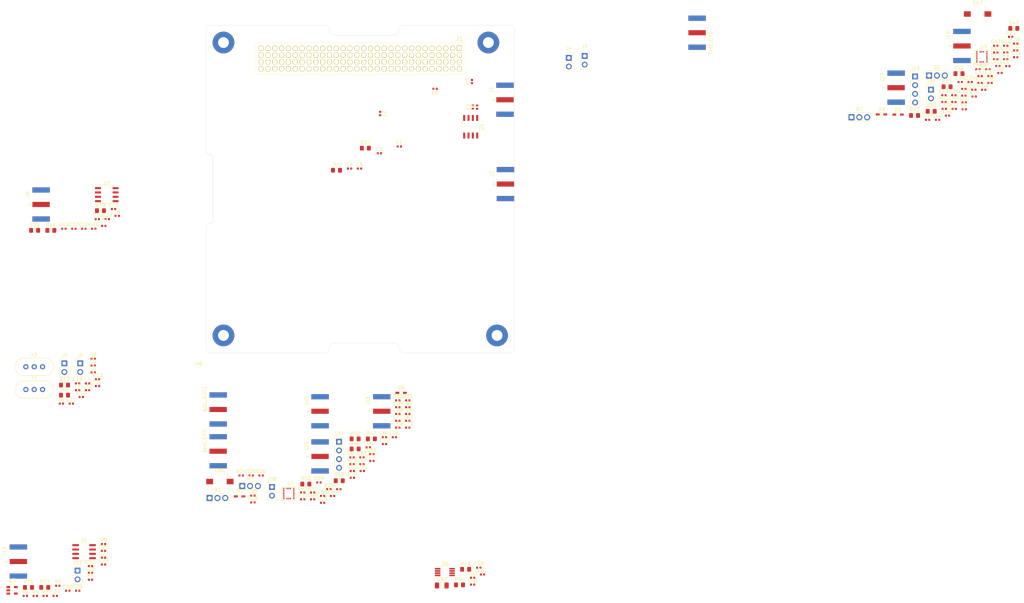
<source format=kicad_pcb>
(kicad_pcb (version 20171130) (host pcbnew "(5.1.5-0-10_14)")
  (layers (0 F.Cu signal) (1 In1.Cu power) (2 In2.Cu power) (31 B.Cu signal) (34 B.Paste user) (35 F.Paste user) (36 B.SilkS user) (37 F.SilkS user) (38 B.Mask user) (39 F.Mask user) (44 Edge.Cuts user))
  (net 0 "")
  (net 1 "Net-(C1-Pad1)")
  (net 2 "Net-(C2-Pad1)")
  (net 3 VCC)
  (net 4 GND)
  (net 5 "Net-(C4-Pad1)")
  (net 6 "Net-(C4-Pad2)")
  (net 7 "Net-(C5-Pad2)")
  (net 8 "Net-(C6-Pad1)")
  (net 9 "Net-(C7-Pad1)")
  (net 10 "Net-(C8-Pad2)")
  (net 11 "Net-(C10-Pad2)")
  (net 12 "Net-(C10-Pad1)")
  (net 13 "Net-(C12-Pad2)")
  (net 14 "Net-(C12-Pad1)")
  (net 15 "Net-(C15-Pad2)")
  (net 16 "Net-(C16-Pad1)")
  (net 17 "Net-(C17-Pad1)")
  (net 18 "Net-(C19-Pad2)")
  (net 19 "Net-(C19-Pad1)")
  (net 20 "Net-(C20-Pad2)")
  (net 21 "Net-(C21-Pad1)")
  (net 22 "Net-(C22-Pad1)")
  (net 23 PLL_Power)
  (net 24 -5V)
  (net 25 V_uC)
  (net 26 "Net-(C34-Pad1)")
  (net 27 F_IN)
  (net 28 CE)
  (net 29 Vcc)
  (net 30 OSC_IN)
  (net 31 "Net-(C39-Pad2)")
  (net 32 Vp)
  (net 33 "Net-(C42-Pad2)")
  (net 34 "Net-(C44-Pad2)")
  (net 35 "Net-(C46-Pad1)")
  (net 36 "Net-(C47-Pad1)")
  (net 37 "Net-(C49-Pad1)")
  (net 38 "Net-(C50-Pad1)")
  (net 39 +8V)
  (net 40 "Net-(C54-Pad2)")
  (net 41 "Net-(C58-Pad2)")
  (net 42 "Net-(C58-Pad1)")
  (net 43 "Net-(C59-Pad1)")
  (net 44 "Net-(C59-Pad2)")
  (net 45 "Net-(C62-Pad1)")
  (net 46 "Net-(C63-Pad1)")
  (net 47 "Net-(C67-Pad1)")
  (net 48 "Net-(C71-Pad1)")
  (net 49 "Net-(C72-Pad2)")
  (net 50 "Net-(C75-Pad2)")
  (net 51 "Net-(C77-Pad2)")
  (net 52 "Net-(C79-Pad1)")
  (net 53 "Net-(C80-Pad1)")
  (net 54 "Net-(C82-Pad1)")
  (net 55 "Net-(C83-Pad1)")
  (net 56 "Net-(C87-Pad2)")
  (net 57 "Net-(C91-Pad1)")
  (net 58 "Net-(C91-Pad2)")
  (net 59 "Net-(D2-Pad1)")
  (net 60 "Net-(D6-Pad1)")
  (net 61 /Down-Mixer/Down_Mixer_Output)
  (net 62 "/IF Filter/Down_Mixer_Output")
  (net 63 "/IF Filter/IF_output")
  (net 64 /Up-Mixer/Up_Mixer_Output)
  (net 65 VS)
  (net 66 /VGA/VGA_Output)
  (net 67 "Net-(J15-Pad1)")
  (net 68 Clock)
  (net 69 Data)
  (net 70 LE)
  (net 71 /PLL-15m/32.1_LO_Output)
  (net 72 "Net-(J33-Pad1)")
  (net 73 /PLL-10m/40.1_LO_Output)
  (net 74 "Net-(L1-Pad2)")
  (net 75 "Net-(L3-Pad2)")
  (net 76 "Net-(L5-Pad2)")
  (net 77 "Net-(L7-Pad2)")
  (net 78 OSC_OUT)
  (net 79 "Net-(Q2-Pad3)")
  (net 80 "Net-(Q4-Pad3)")
  (net 81 "Net-(R16-Pad1)")
  (net 82 "Net-(R4-Pad1)")
  (net 83 "Net-(R5-Pad1)")
  (net 84 "Net-(R6-Pad1)")
  (net 85 "Net-(R7-Pad1)")
  (net 86 "Net-(R8-Pad2)")
  (net 87 "Net-(R27-Pad2)")
  (net 88 "Net-(R28-Pad1)")
  (net 89 CPo)
  (net 90 "Net-(Y1-Pad2)")
  (module Capacitor_SMD:C_0402_1005Metric (layer F.Cu) (at 159.1 46.91 90)
    (fp_text reference C1 (at 0 -1.17 90) (layer F.SilkS))
    (fp_text value 10u)
    (pad 2 smd roundrect (at 0.485 0 90) (size 0.59 0.64) (layers F.Cu F.Paste F.Mask))
    (pad 1 smd roundrect (at -0.485 0 90) (size 0.59 0.64) (layers F.Cu F.Paste F.Mask) (net 1 "Net-(C1-Pad1)"))
  )
  (module Capacitor_SMD:C_0402_1005Metric (layer F.Cu) (at 157.825 46.91 90)
    (fp_text reference C2 (at 0 -1.17 90) (layer F.SilkS))
    (fp_text value 10u)
    (pad 1 smd roundrect (at -0.485 0 90) (size 0.59 0.64) (layers F.Cu F.Paste F.Mask) (net 2 "Net-(C2-Pad1)"))
    (pad 2 smd roundrect (at 0.485 0 90) (size 0.59 0.64) (layers F.Cu F.Paste F.Mask))
  )
  (module Capacitor_SMD:C_0402_1005Metric (layer F.Cu) (at 130.535001 60.425001)
    (fp_text reference C3 (at 0 -1.17) (layer F.SilkS))
    (fp_text value 10u)
    (pad 1 smd roundrect (at -0.485 0) (size 0.59 0.64) (layers F.Cu F.Paste F.Mask) (net 3 VCC))
    (pad 2 smd roundrect (at 0.485 0) (size 0.59 0.64) (layers F.Cu F.Paste F.Mask) (net 4 GND))
  )
  (module Capacitor_SMD:C_0402_1005Metric (layer F.Cu) (at 121.805001 64.885001)
    (fp_text reference C4 (at 0 -1.17) (layer F.SilkS))
    (fp_text value 2.2n)
    (pad 1 smd roundrect (at -0.485 0) (size 0.59 0.64) (layers F.Cu F.Paste F.Mask) (net 5 "Net-(C4-Pad1)"))
    (pad 2 smd roundrect (at 0.485 0) (size 0.59 0.64) (layers F.Cu F.Paste F.Mask) (net 6 "Net-(C4-Pad2)"))
  )
  (module Capacitor_SMD:C_0402_1005Metric (layer F.Cu) (at 124.715001 64.885001)
    (fp_text reference C5 (at 0 -1.17) (layer F.SilkS))
    (fp_text value 10u)
    (pad 2 smd roundrect (at 0.485 0) (size 0.59 0.64) (layers F.Cu F.Paste F.Mask) (net 7 "Net-(C5-Pad2)"))
    (pad 1 smd roundrect (at -0.485 0) (size 0.59 0.64) (layers F.Cu F.Paste F.Mask) (net 6 "Net-(C4-Pad2)"))
  )
  (module Capacitor_SMD:C_0402_1005Metric (layer F.Cu) (at 146.81 41.55 180)
    (fp_text reference C6 (at 0 -1.17) (layer F.SilkS))
    (fp_text value 10u)
    (pad 1 smd roundrect (at -0.485 0 180) (size 0.59 0.64) (layers F.Cu F.Paste F.Mask) (net 8 "Net-(C6-Pad1)"))
    (pad 2 smd roundrect (at 0.485 0 180) (size 0.59 0.64) (layers F.Cu F.Paste F.Mask))
  )
  (module Capacitor_SMD:C_0402_1005Metric (layer F.Cu) (at 157.6 39.435 90)
    (fp_text reference C7 (at 0 -1.17 90) (layer F.SilkS))
    (fp_text value 10u)
    (pad 2 smd roundrect (at 0.485 0 90) (size 0.59 0.64) (layers F.Cu F.Paste F.Mask))
    (pad 1 smd roundrect (at -0.485 0 90) (size 0.59 0.64) (layers F.Cu F.Paste F.Mask) (net 9 "Net-(C7-Pad1)"))
  )
  (module Capacitor_SMD:C_0402_1005Metric (layer F.Cu) (at 46.825001 120.575001)
    (fp_text reference C8 (at 0 -1.17) (layer F.SilkS))
    (fp_text value C)
    (pad 2 smd roundrect (at 0.485 0) (size 0.59 0.64) (layers F.Cu F.Paste F.Mask) (net 10 "Net-(C8-Pad2)"))
    (pad 1 smd roundrect (at -0.485 0) (size 0.59 0.64) (layers F.Cu F.Paste F.Mask) (net 11 "Net-(C10-Pad2)"))
  )
  (module Capacitor_SMD:C_0402_1005Metric (layer F.Cu) (at 46.825001 122.565001)
    (fp_text reference C9 (at 0 -1.17) (layer F.SilkS))
    (fp_text value C)
    (pad 1 smd roundrect (at -0.485 0) (size 0.59 0.64) (layers F.Cu F.Paste F.Mask) (net 12 "Net-(C10-Pad1)"))
    (pad 2 smd roundrect (at 0.485 0) (size 0.59 0.64) (layers F.Cu F.Paste F.Mask) (net 11 "Net-(C10-Pad2)"))
  )
  (module Capacitor_SMD:C_0402_1005Metric (layer F.Cu) (at 42.275001 127.775001)
    (fp_text reference C10 (at 0 -1.17) (layer F.SilkS))
    (fp_text value C)
    (pad 2 smd roundrect (at 0.485 0) (size 0.59 0.64) (layers F.Cu F.Paste F.Mask) (net 11 "Net-(C10-Pad2)"))
    (pad 1 smd roundrect (at -0.485 0) (size 0.59 0.64) (layers F.Cu F.Paste F.Mask) (net 12 "Net-(C10-Pad1)"))
  )
  (module Capacitor_SMD:C_0402_1005Metric (layer F.Cu) (at 40.435001 133.675001)
    (fp_text reference C11 (at 0 -1.17) (layer F.SilkS))
    (fp_text value C)
    (pad 1 smd roundrect (at -0.485 0) (size 0.59 0.64) (layers F.Cu F.Paste F.Mask) (net 12 "Net-(C10-Pad1)"))
    (pad 2 smd roundrect (at 0.485 0) (size 0.59 0.64) (layers F.Cu F.Paste F.Mask) (net 11 "Net-(C10-Pad2)"))
  )
  (module Capacitor_SMD:C_0402_1005Metric (layer F.Cu) (at 45.185001 129.765001)
    (fp_text reference C12 (at 0 -1.17) (layer F.SilkS))
    (fp_text value C)
    (pad 2 smd roundrect (at 0.485 0) (size 0.59 0.64) (layers F.Cu F.Paste F.Mask) (net 13 "Net-(C12-Pad2)"))
    (pad 1 smd roundrect (at -0.485 0) (size 0.59 0.64) (layers F.Cu F.Paste F.Mask) (net 14 "Net-(C12-Pad1)"))
  )
  (module Capacitor_SMD:C_0402_1005Metric (layer F.Cu) (at 48.095001 126.545001)
    (fp_text reference C13 (at 0 -1.17) (layer F.SilkS))
    (fp_text value C)
    (pad 1 smd roundrect (at -0.485 0) (size 0.59 0.64) (layers F.Cu F.Paste F.Mask) (net 14 "Net-(C12-Pad1)"))
    (pad 2 smd roundrect (at 0.485 0) (size 0.59 0.64) (layers F.Cu F.Paste F.Mask) (net 13 "Net-(C12-Pad2)"))
  )
  (module Capacitor_SMD:C_0402_1005Metric (layer F.Cu) (at 43.345001 131.755001)
    (fp_text reference C14 (at 0 -1.17) (layer F.SilkS))
    (fp_text value C)
    (pad 2 smd roundrect (at 0.485 0) (size 0.59 0.64) (layers F.Cu F.Paste F.Mask) (net 13 "Net-(C12-Pad2)"))
    (pad 1 smd roundrect (at -0.485 0) (size 0.59 0.64) (layers F.Cu F.Paste F.Mask) (net 14 "Net-(C12-Pad1)"))
  )
  (module Capacitor_SMD:C_0402_1005Metric (layer F.Cu) (at 48.095001 128.535001)
    (fp_text reference C15 (at 0 -1.17) (layer F.SilkS))
    (fp_text value C)
    (pad 1 smd roundrect (at -0.485 0) (size 0.59 0.64) (layers F.Cu F.Paste F.Mask) (net 14 "Net-(C12-Pad1)"))
    (pad 2 smd roundrect (at 0.485 0) (size 0.59 0.64) (layers F.Cu F.Paste F.Mask) (net 15 "Net-(C15-Pad2)"))
  )
  (module Capacitor_SMD:C_0402_1005Metric (layer F.Cu) (at 48.035001 79.685001)
    (fp_text reference C16 (at 0 -1.17) (layer F.SilkS))
    (fp_text value 10u)
    (pad 2 smd roundrect (at 0.485 0) (size 0.59 0.64) (layers F.Cu F.Paste F.Mask))
    (pad 1 smd roundrect (at -0.485 0) (size 0.59 0.64) (layers F.Cu F.Paste F.Mask) (net 16 "Net-(C16-Pad1)"))
  )
  (module Capacitor_SMD:C_0402_1005Metric (layer F.Cu) (at 41.185001 82.495001)
    (fp_text reference C17 (at 0 -1.17) (layer F.SilkS))
    (fp_text value 10u)
    (pad 2 smd roundrect (at 0.485 0) (size 0.59 0.64) (layers F.Cu F.Paste F.Mask))
    (pad 1 smd roundrect (at -0.485 0) (size 0.59 0.64) (layers F.Cu F.Paste F.Mask) (net 17 "Net-(C17-Pad1)"))
  )
  (module Capacitor_SMD:C_0402_1005Metric (layer F.Cu) (at 52.785001 76.735001)
    (fp_text reference C18 (at 0 -1.17) (layer F.SilkS))
    (fp_text value 10u)
    (pad 1 smd roundrect (at -0.485 0) (size 0.59 0.64) (layers F.Cu F.Paste F.Mask) (net 3 VCC))
    (pad 2 smd roundrect (at 0.485 0) (size 0.59 0.64) (layers F.Cu F.Paste F.Mask) (net 4 GND))
  )
  (module Capacitor_SMD:C_0402_1005Metric (layer F.Cu) (at 38.275001 82.495001)
    (fp_text reference C19 (at 0 -1.17) (layer F.SilkS))
    (fp_text value 2.2n)
    (pad 2 smd roundrect (at 0.485 0) (size 0.59 0.64) (layers F.Cu F.Paste F.Mask) (net 18 "Net-(C19-Pad2)"))
    (pad 1 smd roundrect (at -0.485 0) (size 0.59 0.64) (layers F.Cu F.Paste F.Mask) (net 19 "Net-(C19-Pad1)"))
  )
  (module Capacitor_SMD:C_0402_1005Metric (layer F.Cu) (at 44.095001 82.495001)
    (fp_text reference C20 (at 0 -1.17) (layer F.SilkS))
    (fp_text value 10u)
    (pad 2 smd roundrect (at 0.485 0) (size 0.59 0.64) (layers F.Cu F.Paste F.Mask) (net 20 "Net-(C20-Pad2)"))
    (pad 1 smd roundrect (at -0.485 0) (size 0.59 0.64) (layers F.Cu F.Paste F.Mask) (net 18 "Net-(C19-Pad2)"))
  )
  (module Capacitor_SMD:C_0402_1005Metric (layer F.Cu) (at 47.005001 82.495001)
    (fp_text reference C21 (at 0 -1.17) (layer F.SilkS))
    (fp_text value 10u)
    (pad 1 smd roundrect (at -0.485 0) (size 0.59 0.64) (layers F.Cu F.Paste F.Mask) (net 21 "Net-(C21-Pad1)"))
    (pad 2 smd roundrect (at 0.485 0) (size 0.59 0.64) (layers F.Cu F.Paste F.Mask))
  )
  (module Capacitor_SMD:C_0402_1005Metric (layer F.Cu) (at 50.945001 79.685001)
    (fp_text reference C22 (at 0 -1.17) (layer F.SilkS))
    (fp_text value 10u)
    (pad 2 smd roundrect (at 0.485 0) (size 0.59 0.64) (layers F.Cu F.Paste F.Mask))
    (pad 1 smd roundrect (at -0.485 0) (size 0.59 0.64) (layers F.Cu F.Paste F.Mask) (net 22 "Net-(C22-Pad1)"))
  )
  (module Capacitor_SMD:C_0402_1005Metric (layer F.Cu) (at 46.045001 181.245001)
    (fp_text reference C23 (at 0 -1.17) (layer F.SilkS))
    (fp_text value 4.7uF)
    (pad 1 smd roundrect (at -0.485 0) (size 0.59 0.64) (layers F.Cu F.Paste F.Mask) (net 23 PLL_Power))
    (pad 2 smd roundrect (at 0.485 0) (size 0.59 0.64) (layers F.Cu F.Paste F.Mask) (net 4 GND))
  )
  (module Capacitor_SMD:C_0402_1005Metric (layer F.Cu) (at 35.715001 189.955001)
    (fp_text reference C24 (at 0 -1.17) (layer F.SilkS))
    (fp_text value 10nF)
    (pad 2 smd roundrect (at 0.485 0) (size 0.59 0.64) (layers F.Cu F.Paste F.Mask) (net 4 GND))
    (pad 1 smd roundrect (at -0.485 0) (size 0.59 0.64) (layers F.Cu F.Paste F.Mask) (net 23 PLL_Power))
  )
  (module Capacitor_SMD:C_0402_1005Metric (layer F.Cu) (at 49.845001 176.785001)
    (fp_text reference C25 (at 0 -1.17) (layer F.SilkS))
    (fp_text value 4.7uF)
    (pad 2 smd roundrect (at 0.485 0) (size 0.59 0.64) (layers F.Cu F.Paste F.Mask) (net 24 -5V))
    (pad 1 smd roundrect (at -0.485 0) (size 0.59 0.64) (layers F.Cu F.Paste F.Mask) (net 4 GND))
  )
  (module Capacitor_SMD:C_0402_1005Metric (layer F.Cu) (at 46.045001 183.235001)
    (fp_text reference C26 (at 0 -1.17) (layer F.SilkS))
    (fp_text value 10nF)
    (pad 1 smd roundrect (at -0.485 0) (size 0.59 0.64) (layers F.Cu F.Paste F.Mask) (net 4 GND))
    (pad 2 smd roundrect (at 0.485 0) (size 0.59 0.64) (layers F.Cu F.Paste F.Mask) (net 24 -5V))
  )
  (module Capacitor_SMD:C_0402_1005Metric (layer F.Cu) (at 49.845001 178.775001)
    (fp_text reference C27 (at 0 -1.17) (layer F.SilkS))
    (fp_text value 0.1uH)
    (pad 1 smd roundrect (at -0.485 0) (size 0.59 0.64) (layers F.Cu F.Paste F.Mask) (net 4 GND))
    (pad 2 smd roundrect (at 0.485 0) (size 0.59 0.64) (layers F.Cu F.Paste F.Mask) (net 23 PLL_Power))
  )
  (module Capacitor_SMD:C_0402_1005Metric (layer F.Cu) (at 42.305001 188.445001)
    (fp_text reference C28 (at 0 -1.17) (layer F.SilkS))
    (fp_text value 6.8uH)
    (pad 1 smd roundrect (at -0.485 0) (size 0.59 0.64) (layers F.Cu F.Paste F.Mask) (net 4 GND))
    (pad 2 smd roundrect (at 0.485 0) (size 0.59 0.64) (layers F.Cu F.Paste F.Mask) (net 23 PLL_Power))
  )
  (module Capacitor_SMD:C_0402_1005Metric (layer F.Cu) (at 49.845001 180.765001)
    (fp_text reference C29 (at 0 -1.17) (layer F.SilkS))
    (fp_text value 0.1uH)
    (pad 2 smd roundrect (at 0.485 0) (size 0.59 0.64) (layers F.Cu F.Paste F.Mask) (net 24 -5V))
    (pad 1 smd roundrect (at -0.485 0) (size 0.59 0.64) (layers F.Cu F.Paste F.Mask) (net 4 GND))
  )
  (module Capacitor_SMD:C_0402_1005Metric (layer F.Cu) (at 39.395001 188.445001)
    (fp_text reference C30 (at 0 -1.17) (layer F.SilkS))
    (fp_text value 6.8uH)
    (pad 1 smd roundrect (at -0.485 0) (size 0.59 0.64) (layers F.Cu F.Paste F.Mask) (net 4 GND))
    (pad 2 smd roundrect (at 0.485 0) (size 0.59 0.64) (layers F.Cu F.Paste F.Mask) (net 24 -5V))
  )
  (module Capacitor_SMD:C_0402_1005Metric (layer F.Cu) (at 316.615001 30.315001)
    (fp_text reference C31 (at 0 -1.17) (layer F.SilkS))
    (fp_text value C)
    (pad 1 smd roundrect (at -0.485 0) (size 0.59 0.64) (layers F.Cu F.Paste F.Mask) (net 4 GND))
    (pad 2 smd roundrect (at 0.485 0) (size 0.59 0.64) (layers F.Cu F.Paste F.Mask) (net 23 PLL_Power))
  )
  (module Capacitor_SMD:C_0402_1005Metric (layer F.Cu) (at 309.105001 37.835001)
    (fp_text reference C32 (at 0 -1.17) (layer F.SilkS))
    (fp_text value 100nF)
    (pad 2 smd roundrect (at 0.485 0) (size 0.59 0.64) (layers F.Cu F.Paste F.Mask) (net 25 V_uC))
    (pad 1 smd roundrect (at -0.485 0) (size 0.59 0.64) (layers F.Cu F.Paste F.Mask) (net 4 GND))
  )
  (module Capacitor_SMD:C_0402_1005Metric (layer F.Cu) (at 295.725001 47.395001)
    (fp_text reference C33 (at 0 -1.17) (layer F.SilkS))
    (fp_text value 100pF)
    (pad 2 smd roundrect (at 0.485 0) (size 0.59 0.64) (layers F.Cu F.Paste F.Mask) (net 25 V_uC))
    (pad 1 smd roundrect (at -0.485 0) (size 0.59 0.64) (layers F.Cu F.Paste F.Mask) (net 4 GND))
  )
  (module Capacitor_SMD:C_0402_1005Metric (layer F.Cu) (at 303.285001 39.565001)
    (fp_text reference C34 (at 0 -1.17) (layer F.SilkS))
    (fp_text value 1000pF)
    (pad 1 smd roundrect (at -0.485 0) (size 0.59 0.64) (layers F.Cu F.Paste F.Mask) (net 26 "Net-(C34-Pad1)"))
    (pad 2 smd roundrect (at 0.485 0) (size 0.59 0.64) (layers F.Cu F.Paste F.Mask) (net 27 F_IN))
  )
  (module Capacitor_SMD:C_0402_1005Metric (layer F.Cu) (at 298.535001 43.415001)
    (fp_text reference C35 (at 0 -1.17) (layer F.SilkS))
    (fp_text value 100nF)
    (pad 1 smd roundrect (at -0.485 0) (size 0.59 0.64) (layers F.Cu F.Paste F.Mask) (net 4 GND))
    (pad 2 smd roundrect (at 0.485 0) (size 0.59 0.64) (layers F.Cu F.Paste F.Mask) (net 28 CE))
  )
  (module Capacitor_SMD:C_0402_1005Metric (layer F.Cu) (at 316.615001 28.325001)
    (fp_text reference C36 (at 0 -1.17) (layer F.SilkS))
    (fp_text value 100nF)
    (pad 1 smd roundrect (at -0.485 0) (size 0.59 0.64) (layers F.Cu F.Paste F.Mask) (net 4 GND))
    (pad 2 smd roundrect (at 0.485 0) (size 0.59 0.64) (layers F.Cu F.Paste F.Mask) (net 29 Vcc))
  )
  (module Capacitor_SMD:C_0402_1005Metric (layer F.Cu) (at 290.855001 50.615001)
    (fp_text reference C37 (at 0 -1.17) (layer F.SilkS))
    (fp_text value 100pF)
    (pad 1 smd roundrect (at -0.485 0) (size 0.59 0.64) (layers F.Cu F.Paste F.Mask) (net 4 GND))
    (pad 2 smd roundrect (at 0.485 0) (size 0.59 0.64) (layers F.Cu F.Paste F.Mask) (net 29 Vcc))
  )
  (module Capacitor_SMD:C_0402_1005Metric (layer F.Cu) (at 309.105001 39.825001)
    (fp_text reference C38 (at 0 -1.17) (layer F.SilkS))
    (fp_text value 1000pF)
    (pad 1 smd roundrect (at -0.485 0) (size 0.59 0.64) (layers F.Cu F.Paste F.Mask))
    (pad 2 smd roundrect (at 0.485 0) (size 0.59 0.64) (layers F.Cu F.Paste F.Mask) (net 30 OSC_IN))
  )
  (module Capacitor_SMD:C_0402_1005Metric (layer F.Cu) (at 301.445001 41.555001)
    (fp_text reference C39 (at 0 -1.17) (layer F.SilkS))
    (fp_text value 100nF)
    (pad 2 smd roundrect (at 0.485 0) (size 0.59 0.64) (layers F.Cu F.Paste F.Mask) (net 31 "Net-(C39-Pad2)"))
    (pad 1 smd roundrect (at -0.485 0) (size 0.59 0.64) (layers F.Cu F.Paste F.Mask) (net 4 GND))
  )
  (module Capacitor_SMD:C_0402_1005Metric (layer F.Cu) (at 293.765001 50.615001)
    (fp_text reference C40 (at 0 -1.17) (layer F.SilkS))
    (fp_text value 100nF)
    (pad 2 smd roundrect (at 0.485 0) (size 0.59 0.64) (layers F.Cu F.Paste F.Mask) (net 32 Vp))
    (pad 1 smd roundrect (at -0.485 0) (size 0.59 0.64) (layers F.Cu F.Paste F.Mask) (net 4 GND))
  )
  (module Capacitor_SMD:C_0402_1005Metric (layer F.Cu) (at 313.705001 30.925001)
    (fp_text reference C41 (at 0 -1.17) (layer F.SilkS))
    (fp_text value 100pF)
    (pad 2 smd roundrect (at 0.485 0) (size 0.59 0.64) (layers F.Cu F.Paste F.Mask) (net 32 Vp))
    (pad 1 smd roundrect (at -0.485 0) (size 0.59 0.64) (layers F.Cu F.Paste F.Mask) (net 4 GND))
  )
  (module Capacitor_SMD:C_0402_1005Metric (layer F.Cu) (at 310.795001 28.935001)
    (fp_text reference C42 (at 0 -1.17) (layer F.SilkS))
    (fp_text value 100pF)
    (pad 1 smd roundrect (at -0.485 0) (size 0.59 0.64) (layers F.Cu F.Paste F.Mask) (net 4 GND))
    (pad 2 smd roundrect (at 0.485 0) (size 0.59 0.64) (layers F.Cu F.Paste F.Mask) (net 33 "Net-(C42-Pad2)"))
  )
  (module Capacitor_SMD:C_0402_1005Metric (layer F.Cu) (at 295.625001 43.415001)
    (fp_text reference C43 (at 0 -1.17) (layer F.SilkS))
    (fp_text value 100nF)
    (pad 2 smd roundrect (at 0.485 0) (size 0.59 0.64) (layers F.Cu F.Paste F.Mask) (net 33 "Net-(C42-Pad2)"))
    (pad 1 smd roundrect (at -0.485 0) (size 0.59 0.64) (layers F.Cu F.Paste F.Mask) (net 4 GND))
  )
  (module Capacitor_SMD:C_0402_1005Metric (layer F.Cu) (at 300.375001 39.565001)
    (fp_text reference C44 (at 0 -1.17) (layer F.SilkS))
    (fp_text value 12nF)
    (pad 2 smd roundrect (at 0.485 0) (size 0.59 0.64) (layers F.Cu F.Paste F.Mask) (net 34 "Net-(C44-Pad2)"))
    (pad 1 smd roundrect (at -0.485 0) (size 0.59 0.64) (layers F.Cu F.Paste F.Mask) (net 4 GND))
  )
  (module Capacitor_SMD:C_0402_1005Metric (layer F.Cu) (at 305.585001 35.845001)
    (fp_text reference C46 (at 0 -1.17) (layer F.SilkS))
    (fp_text value 80nF)
    (pad 1 smd roundrect (at -0.485 0) (size 0.59 0.64) (layers F.Cu F.Paste F.Mask) (net 35 "Net-(C46-Pad1)"))
    (pad 2 smd roundrect (at 0.485 0) (size 0.59 0.64) (layers F.Cu F.Paste F.Mask) (net 4 GND))
  )
  (module Capacitor_SMD:C_Trimmer_Murata_TZB4-B (layer F.Cu) (at 305.47 19.65)
    (fp_text reference C47 (at 0 -3.25) (layer F.SilkS))
    (fp_text value SGC35060)
    (pad 2 smd rect (at 3 0) (size 2 1.6) (layers F.Cu F.Paste F.Mask) (net 4 GND))
    (pad 1 smd rect (at -3 0) (size 2 1.6) (layers F.Cu F.Paste F.Mask) (net 36 "Net-(C47-Pad1)"))
  )
  (module Capacitor_SMD:C_0402_1005Metric (layer F.Cu) (at 298.535001 45.405001)
    (fp_text reference C49 (at 0 -1.17) (layer F.SilkS))
    (fp_text value 220nF)
    (pad 2 smd roundrect (at 0.485 0) (size 0.59 0.64) (layers F.Cu F.Paste F.Mask) (net 4 GND))
    (pad 1 smd roundrect (at -0.485 0) (size 0.59 0.64) (layers F.Cu F.Paste F.Mask) (net 37 "Net-(C49-Pad1)"))
  )
  (module Capacitor_SMD:C_0402_1005Metric (layer F.Cu) (at 301.445001 43.545001)
    (fp_text reference C50 (at 0 -1.17) (layer F.SilkS))
    (fp_text value 22pF)
    (pad 2 smd roundrect (at 0.485 0) (size 0.59 0.64) (layers F.Cu F.Paste F.Mask) (net 36 "Net-(C47-Pad1)"))
    (pad 1 smd roundrect (at -0.485 0) (size 0.59 0.64) (layers F.Cu F.Paste F.Mask) (net 38 "Net-(C50-Pad1)"))
  )
  (module Capacitor_SMD:C_0402_1005Metric (layer F.Cu) (at 306.195001 37.835001)
    (fp_text reference C51 (at 0 -1.17) (layer F.SilkS))
    (fp_text value 47pF)
    (pad 1 smd roundrect (at -0.485 0) (size 0.59 0.64) (layers F.Cu F.Paste F.Mask) (net 4 GND))
    (pad 2 smd roundrect (at 0.485 0) (size 0.59 0.64) (layers F.Cu F.Paste F.Mask) (net 38 "Net-(C50-Pad1)"))
  )
  (module Capacitor_SMD:C_0402_1005Metric (layer F.Cu) (at 296.675001 49.385001)
    (fp_text reference C52 (at 0 -1.17) (layer F.SilkS))
    (fp_text value 100pF)
    (pad 1 smd roundrect (at -0.485 0) (size 0.59 0.64) (layers F.Cu F.Paste F.Mask) (net 4 GND))
    (pad 2 smd roundrect (at 0.485 0) (size 0.59 0.64) (layers F.Cu F.Paste F.Mask) (net 39 +8V))
  )
  (module Capacitor_SMD:C_0402_1005Metric (layer F.Cu) (at 304.355001 41.815001)
    (fp_text reference C53 (at 0 -1.17) (layer F.SilkS))
    (fp_text value 100nF)
    (pad 1 smd roundrect (at -0.485 0) (size 0.59 0.64) (layers F.Cu F.Paste F.Mask) (net 4 GND))
    (pad 2 smd roundrect (at 0.485 0) (size 0.59 0.64) (layers F.Cu F.Paste F.Mask) (net 39 +8V))
  )
  (module Capacitor_SMD:C_0402_1005Metric (layer F.Cu) (at 301.545001 45.535001)
    (fp_text reference C54 (at 0 -1.17) (layer F.SilkS))
    (fp_text value 10pF)
    (pad 2 smd roundrect (at 0.485 0) (size 0.59 0.64) (layers F.Cu F.Paste F.Mask) (net 40 "Net-(C54-Pad2)"))
    (pad 1 smd roundrect (at -0.485 0) (size 0.59 0.64) (layers F.Cu F.Paste F.Mask) (net 38 "Net-(C50-Pad1)"))
  )
  (module Capacitor_SMD:C_0402_1005Metric (layer F.Cu) (at 316.615001 32.305001)
    (fp_text reference C55 (at 0 -1.17) (layer F.SilkS))
    (fp_text value 100nF)
    (pad 1 smd roundrect (at -0.485 0) (size 0.59 0.64) (layers F.Cu F.Paste F.Mask) (net 39 +8V))
    (pad 2 smd roundrect (at 0.485 0) (size 0.59 0.64) (layers F.Cu F.Paste F.Mask) (net 4 GND))
  )
  (module Capacitor_SMD:C_0402_1005Metric (layer F.Cu) (at 312.015001 36.895001)
    (fp_text reference C56 (at 0 -1.17) (layer F.SilkS))
    (fp_text value 100pF)
    (pad 2 smd roundrect (at 0.485 0) (size 0.59 0.64) (layers F.Cu F.Paste F.Mask) (net 39 +8V))
    (pad 1 smd roundrect (at -0.485 0) (size 0.59 0.64) (layers F.Cu F.Paste F.Mask) (net 4 GND))
  )
  (module Capacitor_SMD:C_0402_1005Metric (layer F.Cu) (at 314.315001 34.905001)
    (fp_text reference C57 (at 0 -1.17) (layer F.SilkS))
    (fp_text value 100nF)
    (pad 2 smd roundrect (at 0.485 0) (size 0.59 0.64) (layers F.Cu F.Paste F.Mask) (net 39 +8V))
    (pad 1 smd roundrect (at -0.485 0) (size 0.59 0.64) (layers F.Cu F.Paste F.Mask) (net 4 GND))
  )
  (module Capacitor_SMD:C_0402_1005Metric (layer F.Cu) (at 307.265001 41.815001)
    (fp_text reference C58 (at 0 -1.17) (layer F.SilkS))
    (fp_text value 100nF)
    (pad 2 smd roundrect (at 0.485 0) (size 0.59 0.64) (layers F.Cu F.Paste F.Mask) (net 41 "Net-(C58-Pad2)"))
    (pad 1 smd roundrect (at -0.485 0) (size 0.59 0.64) (layers F.Cu F.Paste F.Mask) (net 42 "Net-(C58-Pad1)"))
  )
  (module Capacitor_SMD:C_0402_1005Metric (layer F.Cu) (at 159.585001 181.705001)
    (fp_text reference C59 (at 0 -1.17) (layer F.SilkS))
    (fp_text value 0.1uH)
    (pad 1 smd roundrect (at -0.485 0) (size 0.59 0.64) (layers F.Cu F.Paste F.Mask) (net 43 "Net-(C59-Pad1)"))
    (pad 2 smd roundrect (at 0.485 0) (size 0.59 0.64) (layers F.Cu F.Paste F.Mask) (net 44 "Net-(C59-Pad2)"))
  )
  (module Capacitor_SMD:C_0402_1005Metric (layer F.Cu) (at 157.785001 186.645001)
    (fp_text reference C60 (at 0 -1.17) (layer F.SilkS))
    (fp_text value 0.1uH)
    (pad 2 smd roundrect (at 0.485 0) (size 0.59 0.64) (layers F.Cu F.Paste F.Mask) (net 4 GND))
    (pad 1 smd roundrect (at -0.485 0) (size 0.59 0.64) (layers F.Cu F.Paste F.Mask) (net 23 PLL_Power))
  )
  (module Capacitor_SMD:C_0402_1005Metric (layer F.Cu) (at 160.695001 183.695001)
    (fp_text reference C61 (at 0 -1.17) (layer F.SilkS))
    (fp_text value 100pF)
    (pad 1 smd roundrect (at -0.485 0) (size 0.59 0.64) (layers F.Cu F.Paste F.Mask) (net 23 PLL_Power))
    (pad 2 smd roundrect (at 0.485 0) (size 0.59 0.64) (layers F.Cu F.Paste F.Mask) (net 4 GND))
  )
  (module Capacitor_SMD:C_1206_3216Metric (layer F.Cu) (at 148.775001 186.905001)
    (fp_text reference C62 (at 0 -1.82) (layer F.SilkS))
    (fp_text value 100uH)
    (pad 1 smd roundrect (at -1.4 0) (size 1.25 1.75) (layers F.Cu F.Paste F.Mask) (roundrect_rratio 0.2) (net 45 "Net-(C62-Pad1)"))
    (pad 2 smd roundrect (at 1.4 0) (size 1.25 1.75) (layers F.Cu F.Paste F.Mask) (roundrect_rratio 0.2) (net 23 PLL_Power))
  )
  (module Capacitor_SMD:C_0402_1005Metric (layer F.Cu) (at 157.785001 184.655001)
    (fp_text reference C63 (at 0 -1.17) (layer F.SilkS))
    (fp_text value 100pF)
    (pad 2 smd roundrect (at 0.485 0) (size 0.59 0.64) (layers F.Cu F.Paste F.Mask) (net 4 GND))
    (pad 1 smd roundrect (at -0.485 0) (size 0.59 0.64) (layers F.Cu F.Paste F.Mask) (net 46 "Net-(C63-Pad1)"))
  )
  (module Capacitor_SMD:C_0402_1005Metric (layer F.Cu) (at 116.825001 160.715001)
    (fp_text reference C64 (at 0 -1.17) (layer F.SilkS))
    (fp_text value C)
    (pad 2 smd roundrect (at 0.485 0) (size 0.59 0.64) (layers F.Cu F.Paste F.Mask) (net 23 PLL_Power))
    (pad 1 smd roundrect (at -0.485 0) (size 0.59 0.64) (layers F.Cu F.Paste F.Mask) (net 4 GND))
  )
  (module Capacitor_SMD:C_0402_1005Metric (layer F.Cu) (at 113.915001 160.715001)
    (fp_text reference C65 (at 0 -1.17) (layer F.SilkS))
    (fp_text value 100nF)
    (pad 2 smd roundrect (at 0.485 0) (size 0.59 0.64) (layers F.Cu F.Paste F.Mask) (net 25 V_uC))
    (pad 1 smd roundrect (at -0.485 0) (size 0.59 0.64) (layers F.Cu F.Paste F.Mask) (net 4 GND))
  )
  (module Capacitor_SMD:C_0402_1005Metric (layer F.Cu) (at 128.335001 148.465001)
    (fp_text reference C66 (at 0 -1.17) (layer F.SilkS))
    (fp_text value 100pF)
    (pad 1 smd roundrect (at -0.485 0) (size 0.59 0.64) (layers F.Cu F.Paste F.Mask) (net 4 GND))
    (pad 2 smd roundrect (at 0.485 0) (size 0.59 0.64) (layers F.Cu F.Paste F.Mask) (net 25 V_uC))
  )
  (module Capacitor_SMD:C_0402_1005Metric (layer F.Cu) (at 125.425001 151.415001)
    (fp_text reference C67 (at 0 -1.17) (layer F.SilkS))
    (fp_text value 1000pF)
    (pad 2 smd roundrect (at 0.485 0) (size 0.59 0.64) (layers F.Cu F.Paste F.Mask) (net 27 F_IN))
    (pad 1 smd roundrect (at -0.485 0) (size 0.59 0.64) (layers F.Cu F.Paste F.Mask) (net 47 "Net-(C67-Pad1)"))
  )
  (module Capacitor_SMD:C_0402_1005Metric (layer F.Cu) (at 135.915001 140.705001)
    (fp_text reference C68 (at 0 -1.17) (layer F.SilkS))
    (fp_text value 100nF)
    (pad 1 smd roundrect (at -0.485 0) (size 0.59 0.64) (layers F.Cu F.Paste F.Mask) (net 4 GND))
    (pad 2 smd roundrect (at 0.485 0) (size 0.59 0.64) (layers F.Cu F.Paste F.Mask) (net 28 CE))
  )
  (module Capacitor_SMD:C_0402_1005Metric (layer F.Cu) (at 138.825001 136.725001)
    (fp_text reference C69 (at 0 -1.17) (layer F.SilkS))
    (fp_text value 100nF)
    (pad 2 smd roundrect (at 0.485 0) (size 0.59 0.64) (layers F.Cu F.Paste F.Mask) (net 29 Vcc))
    (pad 1 smd roundrect (at -0.485 0) (size 0.59 0.64) (layers F.Cu F.Paste F.Mask) (net 4 GND))
  )
  (module Capacitor_SMD:C_0402_1005Metric (layer F.Cu) (at 122.615001 153.405001)
    (fp_text reference C70 (at 0 -1.17) (layer F.SilkS))
    (fp_text value 100pF)
    (pad 1 smd roundrect (at -0.485 0) (size 0.59 0.64) (layers F.Cu F.Paste F.Mask) (net 4 GND))
    (pad 2 smd roundrect (at 0.485 0) (size 0.59 0.64) (layers F.Cu F.Paste F.Mask) (net 29 Vcc))
  )
  (module Capacitor_SMD:C_0402_1005Metric (layer F.Cu) (at 135.915001 138.715001)
    (fp_text reference C71 (at 0 -1.17) (layer F.SilkS))
    (fp_text value 1000pF)
    (pad 1 smd roundrect (at -0.485 0) (size 0.59 0.64) (layers F.Cu F.Paste F.Mask) (net 48 "Net-(C71-Pad1)"))
    (pad 2 smd roundrect (at 0.485 0) (size 0.59 0.64) (layers F.Cu F.Paste F.Mask) (net 30 OSC_IN))
  )
  (module Capacitor_SMD:C_0402_1005Metric (layer F.Cu) (at 132.015001 145.515001)
    (fp_text reference C72 (at 0 -1.17) (layer F.SilkS))
    (fp_text value 100nF)
    (pad 2 smd roundrect (at 0.485 0) (size 0.59 0.64) (layers F.Cu F.Paste F.Mask) (net 49 "Net-(C72-Pad2)"))
    (pad 1 smd roundrect (at -0.485 0) (size 0.59 0.64) (layers F.Cu F.Paste F.Mask) (net 4 GND))
  )
  (module Capacitor_SMD:C_0402_1005Metric (layer F.Cu) (at 138.825001 140.705001)
    (fp_text reference C73 (at 0 -1.17) (layer F.SilkS))
    (fp_text value 100nF)
    (pad 2 smd roundrect (at 0.485 0) (size 0.59 0.64) (layers F.Cu F.Paste F.Mask) (net 32 Vp))
    (pad 1 smd roundrect (at -0.485 0) (size 0.59 0.64) (layers F.Cu F.Paste F.Mask) (net 4 GND))
  )
  (module Capacitor_SMD:C_0402_1005Metric (layer F.Cu) (at 128.335001 150.455001)
    (fp_text reference C74 (at 0 -1.17) (layer F.SilkS))
    (fp_text value 100pF)
    (pad 1 smd roundrect (at -0.485 0) (size 0.59 0.64) (layers F.Cu F.Paste F.Mask) (net 4 GND))
    (pad 2 smd roundrect (at 0.485 0) (size 0.59 0.64) (layers F.Cu F.Paste F.Mask) (net 32 Vp))
  )
  (module Capacitor_SMD:C_0402_1005Metric (layer F.Cu) (at 125.525001 153.405001)
    (fp_text reference C75 (at 0 -1.17) (layer F.SilkS))
    (fp_text value 100pF)
    (pad 1 smd roundrect (at -0.485 0) (size 0.59 0.64) (layers F.Cu F.Paste F.Mask) (net 4 GND))
    (pad 2 smd roundrect (at 0.485 0) (size 0.59 0.64) (layers F.Cu F.Paste F.Mask) (net 50 "Net-(C75-Pad2)"))
  )
  (module Capacitor_SMD:C_0402_1005Metric (layer F.Cu) (at 134.925001 143.525001)
    (fp_text reference C76 (at 0 -1.17) (layer F.SilkS))
    (fp_text value 100nF)
    (pad 2 smd roundrect (at 0.485 0) (size 0.59 0.64) (layers F.Cu F.Paste F.Mask) (net 50 "Net-(C75-Pad2)"))
    (pad 1 smd roundrect (at -0.485 0) (size 0.59 0.64) (layers F.Cu F.Paste F.Mask) (net 4 GND))
  )
  (module Capacitor_SMD:C_0402_1005Metric (layer F.Cu) (at 118.665001 158.725001)
    (fp_text reference C77 (at 0 -1.17) (layer F.SilkS))
    (fp_text value 12nF)
    (pad 2 smd roundrect (at 0.485 0) (size 0.59 0.64) (layers F.Cu F.Paste F.Mask) (net 51 "Net-(C77-Pad2)"))
    (pad 1 smd roundrect (at -0.485 0) (size 0.59 0.64) (layers F.Cu F.Paste F.Mask) (net 4 GND))
  )
  (module Capacitor_SMD:C_0402_1005Metric (layer F.Cu) (at 113.915001 162.705001)
    (fp_text reference C79 (at 0 -1.17) (layer F.SilkS))
    (fp_text value 80nF)
    (pad 1 smd roundrect (at -0.485 0) (size 0.59 0.64) (layers F.Cu F.Paste F.Mask) (net 52 "Net-(C79-Pad1)"))
    (pad 2 smd roundrect (at 0.485 0) (size 0.59 0.64) (layers F.Cu F.Paste F.Mask) (net 4 GND))
  )
  (module Capacitor_SMD:C_Trimmer_Murata_TZB4-B (layer F.Cu) (at 83.875001 156.495001)
    (fp_text reference C80 (at 0 -3.25) (layer F.SilkS))
    (fp_text value SGC35060)
    (pad 1 smd rect (at -3 0) (size 2 1.6) (layers F.Cu F.Paste F.Mask) (net 53 "Net-(C80-Pad1)"))
    (pad 2 smd rect (at 3 0) (size 2 1.6) (layers F.Cu F.Paste F.Mask) (net 4 GND))
  )
  (module Capacitor_SMD:C_0402_1005Metric (layer F.Cu) (at 138.825001 138.715001)
    (fp_text reference C82 (at 0 -1.17) (layer F.SilkS))
    (fp_text value 220nF)
    (pad 2 smd roundrect (at 0.485 0) (size 0.59 0.64) (layers F.Cu F.Paste F.Mask) (net 4 GND))
    (pad 1 smd roundrect (at -0.485 0) (size 0.59 0.64) (layers F.Cu F.Paste F.Mask) (net 54 "Net-(C82-Pad1)"))
  )
  (module Capacitor_SMD:C_0402_1005Metric (layer F.Cu) (at 125.425001 149.425001)
    (fp_text reference C83 (at 0 -1.17) (layer F.SilkS))
    (fp_text value 22pF)
    (pad 2 smd roundrect (at 0.485 0) (size 0.59 0.64) (layers F.Cu F.Paste F.Mask) (net 53 "Net-(C80-Pad1)"))
    (pad 1 smd roundrect (at -0.485 0) (size 0.59 0.64) (layers F.Cu F.Paste F.Mask) (net 55 "Net-(C83-Pad1)"))
  )
  (module Capacitor_SMD:C_0402_1005Metric (layer F.Cu) (at 132.015001 143.525001)
    (fp_text reference C84 (at 0 -1.17) (layer F.SilkS))
    (fp_text value 47pF)
    (pad 1 smd roundrect (at -0.485 0) (size 0.59 0.64) (layers F.Cu F.Paste F.Mask) (net 4 GND))
    (pad 2 smd roundrect (at 0.485 0) (size 0.59 0.64) (layers F.Cu F.Paste F.Mask) (net 55 "Net-(C83-Pad1)"))
  )
  (module Capacitor_SMD:C_0402_1005Metric (layer F.Cu) (at 122.515001 149.425001)
    (fp_text reference C85 (at 0 -1.17) (layer F.SilkS))
    (fp_text value 100pF)
    (pad 1 smd roundrect (at -0.485 0) (size 0.59 0.64) (layers F.Cu F.Paste F.Mask) (net 4 GND))
    (pad 2 smd roundrect (at 0.485 0) (size 0.59 0.64) (layers F.Cu F.Paste F.Mask) (net 39 +8V))
  )
  (module Capacitor_SMD:C_0402_1005Metric (layer F.Cu) (at 127.265001 146.475001)
    (fp_text reference C86 (at 0 -1.17) (layer F.SilkS))
    (fp_text value 100nF)
    (pad 2 smd roundrect (at 0.485 0) (size 0.59 0.64) (layers F.Cu F.Paste F.Mask) (net 39 +8V))
    (pad 1 smd roundrect (at -0.485 0) (size 0.59 0.64) (layers F.Cu F.Paste F.Mask) (net 4 GND))
  )
  (module Capacitor_SMD:C_0402_1005Metric (layer F.Cu) (at 138.825001 134.735001)
    (fp_text reference C87 (at 0 -1.17) (layer F.SilkS))
    (fp_text value 10pF)
    (pad 1 smd roundrect (at -0.485 0) (size 0.59 0.64) (layers F.Cu F.Paste F.Mask) (net 55 "Net-(C83-Pad1)"))
    (pad 2 smd roundrect (at 0.485 0) (size 0.59 0.64) (layers F.Cu F.Paste F.Mask) (net 56 "Net-(C87-Pad2)"))
  )
  (module Capacitor_SMD:C_0402_1005Metric (layer F.Cu) (at 111.005001 161.695001)
    (fp_text reference C88 (at 0 -1.17) (layer F.SilkS))
    (fp_text value 100nF)
    (pad 1 smd roundrect (at -0.485 0) (size 0.59 0.64) (layers F.Cu F.Paste F.Mask) (net 39 +8V))
    (pad 2 smd roundrect (at 0.485 0) (size 0.59 0.64) (layers F.Cu F.Paste F.Mask) (net 4 GND))
  )
  (module Capacitor_SMD:C_0402_1005Metric (layer F.Cu) (at 135.915001 136.725001)
    (fp_text reference C89 (at 0 -1.17) (layer F.SilkS))
    (fp_text value 100pF)
    (pad 2 smd roundrect (at 0.485 0) (size 0.59 0.64) (layers F.Cu F.Paste F.Mask) (net 39 +8V))
    (pad 1 smd roundrect (at -0.485 0) (size 0.59 0.64) (layers F.Cu F.Paste F.Mask) (net 4 GND))
  )
  (module Capacitor_SMD:C_0402_1005Metric (layer F.Cu) (at 108.095001 159.705001)
    (fp_text reference C90 (at 0 -1.17) (layer F.SilkS))
    (fp_text value 100nF)
    (pad 1 smd roundrect (at -0.485 0) (size 0.59 0.64) (layers F.Cu F.Paste F.Mask) (net 4 GND))
    (pad 2 smd roundrect (at 0.485 0) (size 0.59 0.64) (layers F.Cu F.Paste F.Mask) (net 39 +8V))
  )
  (module Capacitor_SMD:C_0402_1005Metric (layer F.Cu) (at 93.535001 160.605001)
    (fp_text reference C91 (at 0 -1.17) (layer F.SilkS))
    (fp_text value 100nF)
    (pad 1 smd roundrect (at -0.485 0) (size 0.59 0.64) (layers F.Cu F.Paste F.Mask) (net 57 "Net-(C91-Pad1)"))
    (pad 2 smd roundrect (at 0.485 0) (size 0.59 0.64) (layers F.Cu F.Paste F.Mask) (net 58 "Net-(C91-Pad2)"))
  )
  (module Diode_SMD:D_SC-80_HandSoldering (layer F.Cu) (at 282.225001 49.095001)
    (fp_text reference D2 (at 0 -1.5) (layer F.SilkS))
    (fp_text value 1SV304)
    (pad 2 smd rect (at 1.1 0) (size 1.1 0.6) (layers F.Cu F.Paste F.Mask) (net 36 "Net-(C47-Pad1)"))
    (pad 1 smd rect (at -1.1 0) (size 1.1 0.6) (layers F.Cu F.Paste F.Mask) (net 59 "Net-(D2-Pad1)"))
  )
  (module Diode_SMD:D_SC-80_HandSoldering (layer F.Cu) (at 277.375001 49.055001)
    (fp_text reference D3 (at 0 -1.5) (layer F.SilkS))
    (fp_text value 1SV304)
    (pad 1 smd rect (at -1.1 0) (size 1.1 0.6) (layers F.Cu F.Paste F.Mask) (net 59 "Net-(D2-Pad1)"))
    (pad 2 smd rect (at 1.1 0) (size 1.1 0.6) (layers F.Cu F.Paste F.Mask) (net 4 GND))
  )
  (module Diode_SMD:D_SC-80_HandSoldering (layer F.Cu) (at 136.885001 130.525001)
    (fp_text reference D6 (at 0 -1.5) (layer F.SilkS))
    (fp_text value 1SV304)
    (pad 1 smd rect (at -1.1 0) (size 1.1 0.6) (layers F.Cu F.Paste F.Mask) (net 60 "Net-(D6-Pad1)"))
    (pad 2 smd rect (at 1.1 0) (size 1.1 0.6) (layers F.Cu F.Paste F.Mask) (net 53 "Net-(C80-Pad1)"))
  )
  (module Diode_SMD:D_SC-80_HandSoldering (layer F.Cu) (at 89.655001 160.835001)
    (fp_text reference D7 (at 0 -1.5) (layer F.SilkS))
    (fp_text value 1SV304)
    (pad 2 smd rect (at 1.1 0) (size 1.1 0.6) (layers F.Cu F.Paste F.Mask) (net 4 GND))
    (pad 1 smd rect (at -1.1 0) (size 1.1 0.6) (layers F.Cu F.Paste F.Mask) (net 60 "Net-(D6-Pad1)"))
  )
  (module Connector_Coaxial:SMA_Amphenol_132289_EdgeMount (layer F.Cu) (at 167.26 44.75)
    (fp_text reference J1 (at -3.96 -3 90) (layer F.SilkS))
    (fp_text value Conn_Coaxial)
    (pad 1 smd rect (at 0 0 90) (size 1.5 5.08) (layers F.Cu F.Paste F.Mask))
    (pad 2 smd rect (at 0 -4.25 90) (size 1.5 5.08) (layers F.Cu F.Paste F.Mask) (net 4 GND))
    (pad 2 smd rect (at 0 4.25 90) (size 1.5 5.08) (layers F.Cu F.Paste F.Mask) (net 4 GND))
    (pad 2 smd rect (at 0 -4.25 90) (size 1.5 5.08) (layers B.Cu B.Paste B.Mask) (net 4 GND))
    (pad 2 smd rect (at 0 4.25 90) (size 1.5 5.08) (layers B.Cu B.Paste B.Mask) (net 4 GND))
  )
  (module Connector_PinSocket_2.54mm:PinSocket_1x02_P2.54mm_Vertical (layer F.Cu) (at 190.57 31.92)
    (fp_text reference J2 (at 0 -2.77) (layer F.SilkS))
    (fp_text value Conn_01x02_Female)
    (pad 1 thru_hole rect (at 0 0) (size 1.7 1.7) (drill 1) (layers *.Cu *.Mask))
    (pad 2 thru_hole oval (at 0 2.54) (size 1.7 1.7) (drill 1) (layers *.Cu *.Mask) (net 4 GND))
  )
  (module Connector_Coaxial:SMA_Amphenol_132289_EdgeMount (layer F.Cu) (at 167.4 69.425)
    (fp_text reference J3 (at -3.96 -3 90) (layer F.SilkS))
    (fp_text value Conn_Coaxial)
    (pad 2 smd rect (at 0 4.25 90) (size 1.5 5.08) (layers B.Cu B.Paste B.Mask) (net 4 GND))
    (pad 2 smd rect (at 0 -4.25 90) (size 1.5 5.08) (layers B.Cu B.Paste B.Mask) (net 4 GND))
    (pad 2 smd rect (at 0 4.25 90) (size 1.5 5.08) (layers F.Cu F.Paste F.Mask) (net 4 GND))
    (pad 2 smd rect (at 0 -4.25 90) (size 1.5 5.08) (layers F.Cu F.Paste F.Mask) (net 4 GND))
    (pad 1 smd rect (at 0 0 90) (size 1.5 5.08) (layers F.Cu F.Paste F.Mask) (net 61 /Down-Mixer/Down_Mixer_Output))
  )
  (module Connector_PinSocket_2.54mm:PinSocket_1x02_P2.54mm_Vertical (layer F.Cu) (at 185.92 32.48)
    (fp_text reference J4 (at 0 -2.77) (layer F.SilkS))
    (fp_text value Conn_01x02_Female)
    (pad 2 thru_hole oval (at 0 2.54) (size 1.7 1.7) (drill 1) (layers *.Cu *.Mask))
    (pad 1 thru_hole rect (at 0 0) (size 1.7 1.7) (drill 1) (layers *.Cu *.Mask) (net 4 GND))
  )
  (module Connector_PinHeader_2.54mm:PinHeader_1x02_P2.54mm_Vertical (layer F.Cu) (at 38.395001 121.905001)
    (fp_text reference J5 (at 0 -2.33) (layer F.SilkS))
    (fp_text value Conn_01x02_Male)
    (pad 1 thru_hole rect (at 0 0) (size 1.7 1.7) (drill 1) (layers *.Cu *.Mask) (net 62 "/IF Filter/Down_Mixer_Output"))
    (pad 2 thru_hole oval (at 0 2.54) (size 1.7 1.7) (drill 1) (layers *.Cu *.Mask) (net 4 GND))
  )
  (module Connector_PinHeader_2.54mm:PinHeader_1x02_P2.54mm_Vertical (layer F.Cu) (at 43.045001 121.905001)
    (fp_text reference J6 (at 0 -2.33) (layer F.SilkS))
    (fp_text value Conn_01x02_Male)
    (pad 2 thru_hole oval (at 0 2.54) (size 1.7 1.7) (drill 1) (layers *.Cu *.Mask) (net 63 "/IF Filter/IF_output"))
    (pad 1 thru_hole rect (at 0 0) (size 1.7 1.7) (drill 1) (layers *.Cu *.Mask) (net 4 GND))
  )
  (module Connector_Coaxial:SMA_Amphenol_132289_EdgeMount (layer F.Cu) (at 31.590001 75.395001)
    (fp_text reference J8 (at -3.96 -3 90) (layer F.SilkS))
    (fp_text value Conn_Coaxial)
    (pad 1 smd rect (at 0 0 90) (size 1.5 5.08) (layers F.Cu F.Paste F.Mask) (net 64 /Up-Mixer/Up_Mixer_Output))
    (pad 2 smd rect (at 0 -4.25 90) (size 1.5 5.08) (layers F.Cu F.Paste F.Mask) (net 4 GND))
    (pad 2 smd rect (at 0 4.25 90) (size 1.5 5.08) (layers F.Cu F.Paste F.Mask) (net 4 GND))
    (pad 2 smd rect (at 0 -4.25 90) (size 1.5 5.08) (layers B.Cu B.Paste B.Mask) (net 4 GND))
    (pad 2 smd rect (at 0 4.25 90) (size 1.5 5.08) (layers B.Cu B.Paste B.Mask) (net 4 GND))
  )
  (module Connector_PinHeader_2.54mm:PinHeader_1x02_P2.54mm_Vertical (layer F.Cu) (at 42.265001 182.575001)
    (fp_text reference J11 (at 0 -2.33) (layer F.SilkS))
    (fp_text value Conn_01x02_Male)
    (pad 1 thru_hole rect (at 0 0) (size 1.7 1.7) (drill 1) (layers *.Cu *.Mask) (net 65 VS))
    (pad 2 thru_hole oval (at 0 2.54) (size 1.7 1.7) (drill 1) (layers *.Cu *.Mask) (net 4 GND))
  )
  (module Connector_Coaxial:SMA_Amphenol_132289_EdgeMount (layer F.Cu) (at 24.950001 179.905001)
    (fp_text reference J13 (at -3.96 -3 90) (layer F.SilkS))
    (fp_text value Conn_Coaxial)
    (pad 2 smd rect (at 0 4.25 90) (size 1.5 5.08) (layers B.Cu B.Paste B.Mask) (net 4 GND))
    (pad 2 smd rect (at 0 -4.25 90) (size 1.5 5.08) (layers B.Cu B.Paste B.Mask) (net 4 GND))
    (pad 2 smd rect (at 0 4.25 90) (size 1.5 5.08) (layers F.Cu F.Paste F.Mask) (net 4 GND))
    (pad 2 smd rect (at 0 -4.25 90) (size 1.5 5.08) (layers F.Cu F.Paste F.Mask) (net 4 GND))
    (pad 1 smd rect (at 0 0 90) (size 1.5 5.08) (layers F.Cu F.Paste F.Mask) (net 66 /VGA/VGA_Output))
  )
  (module Connector_PinHeader_2.54mm:PinHeader_1x04_P2.54mm_Vertical (layer F.Cu) (at 287.195001 37.945001)
    (fp_text reference J19 (at 0 -2.33) (layer F.SilkS))
    (fp_text value Conn_01x04_Male)
    (pad 4 thru_hole oval (at 0 7.62) (size 1.7 1.7) (drill 1) (layers *.Cu *.Mask) (net 4 GND))
    (pad 3 thru_hole oval (at 0 5.08) (size 1.7 1.7) (drill 1) (layers *.Cu *.Mask) (net 68 Clock))
    (pad 2 thru_hole oval (at 0 2.54) (size 1.7 1.7) (drill 1) (layers *.Cu *.Mask) (net 69 Data))
    (pad 1 thru_hole rect (at 0 0) (size 1.7 1.7) (drill 1) (layers *.Cu *.Mask) (net 70 LE))
  )
  (module Connector_PinHeader_2.54mm:PinHeader_1x02_P2.54mm_Vertical (layer F.Cu) (at 291.845001 41.795001)
    (fp_text reference J20 (at 0 -2.33) (layer F.SilkS))
    (fp_text value Conn_01x02_Male)
    (pad 1 thru_hole rect (at 0 0) (size 1.7 1.7) (drill 1) (layers *.Cu *.Mask) (net 33 "Net-(C42-Pad2)"))
    (pad 2 thru_hole oval (at 0 2.54) (size 1.7 1.7) (drill 1) (layers *.Cu *.Mask) (net 4 GND))
  )
  (module Connector_PinHeader_2.54mm:PinHeader_1x04_P2.54mm_Vertical (layer F.Cu) (at 118.735001 144.855001)
    (fp_text reference J37 (at 0 -2.33) (layer F.SilkS))
    (fp_text value Conn_01x04_Male)
    (pad 1 thru_hole rect (at 0 0) (size 1.7 1.7) (drill 1) (layers *.Cu *.Mask) (net 70 LE))
    (pad 2 thru_hole oval (at 0 2.54) (size 1.7 1.7) (drill 1) (layers *.Cu *.Mask) (net 69 Data))
    (pad 3 thru_hole oval (at 0 5.08) (size 1.7 1.7) (drill 1) (layers *.Cu *.Mask) (net 68 Clock))
    (pad 4 thru_hole oval (at 0 7.62) (size 1.7 1.7) (drill 1) (layers *.Cu *.Mask) (net 4 GND))
  )
  (module Connector_PinHeader_2.54mm:PinHeader_1x02_P2.54mm_Vertical (layer F.Cu) (at 99.105001 158.085001)
    (fp_text reference J38 (at 0 -2.33) (layer F.SilkS))
    (fp_text value Conn_01x02_Male)
    (pad 2 thru_hole oval (at 0 2.54) (size 1.7 1.7) (drill 1) (layers *.Cu *.Mask) (net 4 GND))
    (pad 1 thru_hole rect (at 0 0) (size 1.7 1.7) (drill 1) (layers *.Cu *.Mask) (net 50 "Net-(C75-Pad2)"))
  )
  (module SS:STD_PCB_A1_v1.1 (layer F.Cu) (at 79.85 118.811751)
    (fp_text reference J46 (at -2.36 3.15) (layer F.SilkS))
    (fp_text value Bus)
    (fp_text user J1 (at 74.085 -91.92) (layer F.SilkS) (effects (font (size 1.27 1.27) (thickness 0.254))))
    (fp_line (start 90.17 -72.9) (end 90.17 -70.615) (layer Edge.Cuts) (width 0.0635))
    (fp_arc (start 57.855 -94.425) (end 56.39 -94.425) (angle 90) (layer Edge.Cuts) (width 0.0635))
    (fp_arc (start 54.925 -94.425) (end 56.39 -94.425) (angle 90) (layer Edge.Cuts) (width 0.0635))
    (fp_arc (start 37.535 -94.425) (end 37.535 -92.96) (angle 90) (layer Edge.Cuts) (width 0.0635))
    (fp_arc (start 34.605 -94.425) (end 34.605 -95.89) (angle 90) (layer Edge.Cuts) (width 0.0635))
    (fp_arc (start 88.97 -94.69) (end 90.17 -94.69) (angle -90) (layer Edge.Cuts) (width 0.0635))
    (fp_arc (start 1.2 -94.69) (end 0 -94.69) (angle 90) (layer Edge.Cuts) (width 0.0635))
    (fp_line (start 88.97 -95.89) (end 84.4 -95.89) (layer Edge.Cuts) (width 0.0635))
    (fp_line (start 90.17 -72.9) (end 90.17 -94.69) (layer Edge.Cuts) (width 0.0635))
    (fp_line (start 57.855 -95.89) (end 84.4 -95.89) (layer Edge.Cuts) (width 0.0635))
    (fp_line (start 37.535 -92.96) (end 54.925 -92.96) (layer Edge.Cuts) (width 0.0635))
    (fp_line (start 1.2 -95.89) (end 34.605 -95.89) (layer Edge.Cuts) (width 0.0635))
    (fp_arc (start 88.97 -1.2) (end 88.97 0) (angle -90) (layer Edge.Cuts) (width 0.0635))
    (fp_arc (start 57.85 -1.46) (end 56.39 -1.46) (angle -90) (layer Edge.Cuts) (width 0.0635))
    (fp_arc (start 54.93 -1.46) (end 56.39 -1.46) (angle -90) (layer Edge.Cuts) (width 0.0635))
    (fp_line (start 90.17 -1.2) (end 90.17 -70.615) (layer Edge.Cuts) (width 0.0635))
    (fp_line (start 57.85 0) (end 88.97 0) (layer Edge.Cuts) (width 0.0635))
    (fp_arc (start 37.53 -1.46) (end 37.53 -2.92) (angle -90) (layer Edge.Cuts) (width 0.0635))
    (fp_arc (start 34.61 -1.46) (end 34.61 0) (angle -90) (layer Edge.Cuts) (width 0.0635))
    (fp_line (start 37.53 -2.92) (end 54.93 -2.92) (layer Edge.Cuts) (width 0.0635))
    (fp_arc (start 1.2 -1.2) (end 0 -1.2) (angle -90) (layer Edge.Cuts) (width 0.0635))
    (fp_arc (start 0.96 -59.04) (end 0 -59.04) (angle -90) (layer Edge.Cuts) (width 0.0635))
    (fp_arc (start 0.96 -57.12) (end 0.96 -58.08) (angle 90) (layer Edge.Cuts) (width 0.0635))
    (fp_line (start 0 -1.2) (end 0 -36.85) (layer Edge.Cuts) (width 0.0635))
    (fp_line (start 1.2 0) (end 34.61 0) (layer Edge.Cuts) (width 0.0635))
    (fp_line (start 0 -59.04) (end 0 -94.69) (layer Edge.Cuts) (width 0.0635))
    (fp_line (start 1.92 -38.77) (end 1.92 -57.12) (layer Edge.Cuts) (width 0.0635))
    (fp_arc (start 0.96 -36.85) (end 0 -36.85) (angle 90) (layer Edge.Cuts) (width 0.0635))
    (fp_arc (start 0.96 -38.77) (end 0.96 -37.81) (angle -90) (layer Edge.Cuts) (width 0.0635))
    (pad "" np_thru_hole circle (at 85.09 -5.08) (size 6.35 6.35) (drill 3.18) (layers *.Cu *.Mask))
    (pad "" np_thru_hole circle (at 82.55 -90.81) (size 6.35 6.35) (drill 3.18) (layers *.Cu *.Mask))
    (pad "" np_thru_hole circle (at 5.08 -90.81) (size 6.35 6.35) (drill 3.18) (layers *.Cu *.Mask))
    (pad "" np_thru_hole circle (at 5.08 -5.08) (size 6.35 6.35) (drill 3.18) (layers *.Cu *.Mask))
    (pad 93 thru_hole circle (at 70.085 -83.12 90) (size 1.5 1.5) (drill 1) (layers *.Cu *.Mask F.SilkS))
    (pad 73 thru_hole circle (at 50.085 -85.12 90) (size 1.5 1.5) (drill 1) (layers *.Cu *.Mask F.SilkS))
    (pad 87 thru_hole circle (at 22.085 -85.12 90) (size 1.5 1.5) (drill 1) (layers *.Cu *.Mask F.SilkS))
    (pad 107 thru_hole circle (at 42.085 -83.12 90) (size 1.5 1.5) (drill 1) (layers *.Cu *.Mask F.SilkS))
    (pad 99 thru_hole circle (at 58.085 -83.12 90) (size 1.5 1.5) (drill 1) (layers *.Cu *.Mask F.SilkS))
    (pad 70 thru_hole circle (at 56.085 -85.12 90) (size 1.5 1.5) (drill 1) (layers *.Cu *.Mask F.SilkS))
    (pad 96 thru_hole circle (at 64.085 -83.12 90) (size 1.5 1.5) (drill 1) (layers *.Cu *.Mask F.SilkS))
    (pad 104 thru_hole circle (at 48.085 -83.12 90) (size 1.5 1.5) (drill 1) (layers *.Cu *.Mask F.SilkS))
    (pad 116 thru_hole circle (at 24.085 -83.12 90) (size 1.5 1.5) (drill 1) (layers *.Cu *.Mask F.SilkS))
    (pad 82 thru_hole circle (at 32.085 -85.12 90) (size 1.5 1.5) (drill 1) (layers *.Cu *.Mask F.SilkS))
    (pad 88 thru_hole circle (at 20.085 -85.12 90) (size 1.5 1.5) (drill 1) (layers *.Cu *.Mask F.SilkS))
    (pad 78 thru_hole circle (at 40.085 -85.12 90) (size 1.5 1.5) (drill 1) (layers *.Cu *.Mask F.SilkS))
    (pad 95 thru_hole circle (at 66.085 -83.12 90) (size 1.5 1.5) (drill 1) (layers *.Cu *.Mask F.SilkS))
    (pad 86 thru_hole circle (at 24.085 -85.12 90) (size 1.5 1.5) (drill 1) (layers *.Cu *.Mask F.SilkS))
    (pad 74 thru_hole circle (at 48.085 -85.12 90) (size 1.5 1.5) (drill 1) (layers *.Cu *.Mask F.SilkS))
    (pad 97 thru_hole circle (at 62.085 -83.12 90) (size 1.5 1.5) (drill 1) (layers *.Cu *.Mask F.SilkS))
    (pad 68 thru_hole circle (at 60.085 -85.12 90) (size 1.5 1.5) (drill 1) (layers *.Cu *.Mask F.SilkS))
    (pad 89 thru_hole circle (at 18.085 -85.12 90) (size 1.5 1.5) (drill 1) (layers *.Cu *.Mask F.SilkS))
    (pad 80 thru_hole circle (at 36.085 -85.12 90) (size 1.5 1.5) (drill 1) (layers *.Cu *.Mask F.SilkS))
    (pad 91 thru_hole circle (at 74.085 -83.12 90) (size 1.5 1.5) (drill 1) (layers *.Cu *.Mask F.SilkS))
    (pad 120 thru_hole circle (at 16.085 -83.12 90) (size 1.5 1.5) (drill 1) (layers *.Cu *.Mask F.SilkS))
    (pad 108 thru_hole circle (at 40.085 -83.12 90) (size 1.5 1.5) (drill 1) (layers *.Cu *.Mask F.SilkS))
    (pad 102 thru_hole circle (at 52.085 -83.12 90) (size 1.5 1.5) (drill 1) (layers *.Cu *.Mask F.SilkS))
    (pad 98 thru_hole circle (at 60.085 -83.12 90) (size 1.5 1.5) (drill 1) (layers *.Cu *.Mask F.SilkS))
    (pad 71 thru_hole circle (at 54.085 -85.12 90) (size 1.5 1.5) (drill 1) (layers *.Cu *.Mask F.SilkS))
    (pad 83 thru_hole circle (at 30.085 -85.12 90) (size 1.5 1.5) (drill 1) (layers *.Cu *.Mask F.SilkS))
    (pad 105 thru_hole circle (at 46.085 -83.12 90) (size 1.5 1.5) (drill 1) (layers *.Cu *.Mask F.SilkS))
    (pad 90 thru_hole circle (at 16.085 -85.12 90) (size 1.5 1.5) (drill 1) (layers *.Cu *.Mask F.SilkS))
    (pad 84 thru_hole circle (at 28.085 -85.12 90) (size 1.5 1.5) (drill 1) (layers *.Cu *.Mask F.SilkS))
    (pad 77 thru_hole circle (at 42.085 -85.12 90) (size 1.5 1.5) (drill 1) (layers *.Cu *.Mask F.SilkS))
    (pad 69 thru_hole circle (at 58.085 -85.12 90) (size 1.5 1.5) (drill 1) (layers *.Cu *.Mask F.SilkS))
    (pad 51 thru_hole circle (at 34.085 -87.12 90) (size 1.5 1.5) (drill 1) (layers *.Cu *.Mask F.SilkS))
    (pad 62 thru_hole circle (at 72.085 -85.12 90) (size 1.5 1.5) (drill 1) (layers *.Cu *.Mask F.SilkS))
    (pad 85 thru_hole circle (at 26.085 -85.12 90) (size 1.5 1.5) (drill 1) (layers *.Cu *.Mask F.SilkS))
    (pad 119 thru_hole circle (at 18.085 -83.12 90) (size 1.5 1.5) (drill 1) (layers *.Cu *.Mask F.SilkS))
    (pad 29 thru_hole circle (at 18.085 -89.12 90) (size 1.5 1.5) (drill 1) (layers *.Cu *.Mask F.SilkS))
    (pad 21 thru_hole circle (at 34.085 -89.12 90) (size 1.5 1.5) (drill 1) (layers *.Cu *.Mask F.SilkS))
    (pad 110 thru_hole circle (at 36.085 -83.12 90) (size 1.5 1.5) (drill 1) (layers *.Cu *.Mask F.SilkS))
    (pad 39 thru_hole circle (at 58.085 -87.12 90) (size 1.5 1.5) (drill 1) (layers *.Cu *.Mask F.SilkS))
    (pad 9 thru_hole circle (at 58.085 -89.12 90) (size 1.5 1.5) (drill 1) (layers *.Cu *.Mask F.SilkS))
    (pad 47 thru_hole circle (at 42.085 -87.12 90) (size 1.5 1.5) (drill 1) (layers *.Cu *.Mask F.SilkS))
    (pad 61 thru_hole circle (at 74.085 -85.12 90) (size 1.5 1.5) (drill 1) (layers *.Cu *.Mask F.SilkS))
    (pad 19 thru_hole circle (at 38.085 -89.12 90) (size 1.5 1.5) (drill 1) (layers *.Cu *.Mask F.SilkS))
    (pad 57 thru_hole circle (at 22.085 -87.12 90) (size 1.5 1.5) (drill 1) (layers *.Cu *.Mask F.SilkS))
    (pad 114 thru_hole circle (at 28.085 -83.12 90) (size 1.5 1.5) (drill 1) (layers *.Cu *.Mask F.SilkS))
    (pad 46 thru_hole circle (at 44.085 -87.12 90) (size 1.5 1.5) (drill 1) (layers *.Cu *.Mask F.SilkS))
    (pad 55 thru_hole circle (at 26.085 -87.12 90) (size 1.5 1.5) (drill 1) (layers *.Cu *.Mask F.SilkS))
    (pad 54 thru_hole circle (at 28.085 -87.12 90) (size 1.5 1.5) (drill 1) (layers *.Cu *.Mask F.SilkS))
    (pad 94 thru_hole circle (at 68.085 -83.12 90) (size 1.5 1.5) (drill 1) (layers *.Cu *.Mask F.SilkS))
    (pad 117 thru_hole circle (at 22.085 -83.12 90) (size 1.5 1.5) (drill 1) (layers *.Cu *.Mask F.SilkS))
    (pad 76 thru_hole circle (at 44.085 -85.12 90) (size 1.5 1.5) (drill 1) (layers *.Cu *.Mask F.SilkS))
    (pad 15 thru_hole circle (at 46.085 -89.12 90) (size 1.5 1.5) (drill 1) (layers *.Cu *.Mask F.SilkS))
    (pad 100 thru_hole circle (at 56.085 -83.12 90) (size 1.5 1.5) (drill 1) (layers *.Cu *.Mask F.SilkS))
    (pad 111 thru_hole circle (at 34.085 -83.12 90) (size 1.5 1.5) (drill 1) (layers *.Cu *.Mask F.SilkS))
    (pad 92 thru_hole circle (at 72.085 -83.12 90) (size 1.5 1.5) (drill 1) (layers *.Cu *.Mask F.SilkS))
    (pad 6 thru_hole circle (at 64.085 -89.12 90) (size 1.5 1.5) (drill 1) (layers *.Cu *.Mask F.SilkS))
    (pad 37 thru_hole circle (at 62.085 -87.12 90) (size 1.5 1.5) (drill 1) (layers *.Cu *.Mask F.SilkS))
    (pad 23 thru_hole circle (at 30.085 -89.12 90) (size 1.5 1.5) (drill 1) (layers *.Cu *.Mask F.SilkS))
    (pad 52 thru_hole circle (at 32.085 -87.12 90) (size 1.5 1.5) (drill 1) (layers *.Cu *.Mask F.SilkS))
    (pad 56 thru_hole circle (at 24.085 -87.12 90) (size 1.5 1.5) (drill 1) (layers *.Cu *.Mask F.SilkS))
    (pad 13 thru_hole circle (at 50.085 -89.12 90) (size 1.5 1.5) (drill 1) (layers *.Cu *.Mask F.SilkS))
    (pad 11 thru_hole circle (at 54.085 -89.12 90) (size 1.5 1.5) (drill 1) (layers *.Cu *.Mask F.SilkS))
    (pad 58 thru_hole circle (at 20.085 -87.12 90) (size 1.5 1.5) (drill 1) (layers *.Cu *.Mask F.SilkS))
    (pad 48 thru_hole circle (at 40.085 -87.12 90) (size 1.5 1.5) (drill 1) (layers *.Cu *.Mask F.SilkS))
    (pad 67 thru_hole circle (at 62.085 -85.12 90) (size 1.5 1.5) (drill 1) (layers *.Cu *.Mask F.SilkS))
    (pad 75 thru_hole circle (at 46.085 -85.12 90) (size 1.5 1.5) (drill 1) (layers *.Cu *.Mask F.SilkS))
    (pad 112 thru_hole circle (at 32.085 -83.12 90) (size 1.5 1.5) (drill 1) (layers *.Cu *.Mask F.SilkS))
    (pad 118 thru_hole circle (at 20.085 -83.12 90) (size 1.5 1.5) (drill 1) (layers *.Cu *.Mask F.SilkS))
    (pad 81 thru_hole circle (at 34.085 -85.12 90) (size 1.5 1.5) (drill 1) (layers *.Cu *.Mask F.SilkS))
    (pad 7 thru_hole circle (at 62.085 -89.12 90) (size 1.5 1.5) (drill 1) (layers *.Cu *.Mask F.SilkS))
    (pad 20 thru_hole circle (at 36.085 -89.12 90) (size 1.5 1.5) (drill 1) (layers *.Cu *.Mask F.SilkS))
    (pad 103 thru_hole circle (at 50.085 -83.12 90) (size 1.5 1.5) (drill 1) (layers *.Cu *.Mask F.SilkS))
    (pad 41 thru_hole circle (at 54.085 -87.12 90) (size 1.5 1.5) (drill 1) (layers *.Cu *.Mask F.SilkS))
    (pad 26 thru_hole circle (at 24.085 -89.12 90) (size 1.5 1.5) (drill 1) (layers *.Cu *.Mask F.SilkS))
    (pad 101 thru_hole circle (at 54.085 -83.12 90) (size 1.5 1.5) (drill 1) (layers *.Cu *.Mask F.SilkS))
    (pad 53 thru_hole circle (at 30.085 -87.12 90) (size 1.5 1.5) (drill 1) (layers *.Cu *.Mask F.SilkS))
    (pad 30 thru_hole circle (at 16.085 -89.12 90) (size 1.5 1.5) (drill 1) (layers *.Cu *.Mask F.SilkS))
    (pad 109 thru_hole circle (at 38.085 -83.12 90) (size 1.5 1.5) (drill 1) (layers *.Cu *.Mask F.SilkS))
    (pad 4 thru_hole circle (at 68.085 -89.12 90) (size 1.5 1.5) (drill 1) (layers *.Cu *.Mask F.SilkS))
    (pad 79 thru_hole circle (at 38.085 -85.12 90) (size 1.5 1.5) (drill 1) (layers *.Cu *.Mask F.SilkS))
    (pad 65 thru_hole circle (at 66.085 -85.12 90) (size 1.5 1.5) (drill 1) (layers *.Cu *.Mask F.SilkS))
    (pad 59 thru_hole circle (at 18.085 -87.12 90) (size 1.5 1.5) (drill 1) (layers *.Cu *.Mask F.SilkS))
    (pad 27 thru_hole circle (at 22.085 -89.12 90) (size 1.5 1.5) (drill 1) (layers *.Cu *.Mask F.SilkS))
    (pad 34 thru_hole circle (at 68.085 -87.12 90) (size 1.5 1.5) (drill 1) (layers *.Cu *.Mask F.SilkS))
    (pad 63 thru_hole circle (at 70.085 -85.12 90) (size 1.5 1.5) (drill 1) (layers *.Cu *.Mask F.SilkS))
    (pad 18 thru_hole circle (at 40.085 -89.12 90) (size 1.5 1.5) (drill 1) (layers *.Cu *.Mask F.SilkS))
    (pad 72 thru_hole circle (at 52.085 -85.12 90) (size 1.5 1.5) (drill 1) (layers *.Cu *.Mask F.SilkS))
    (pad 115 thru_hole circle (at 26.085 -83.12 90) (size 1.5 1.5) (drill 1) (layers *.Cu *.Mask F.SilkS))
    (pad 16 thru_hole circle (at 44.085 -89.12 90) (size 1.5 1.5) (drill 1) (layers *.Cu *.Mask F.SilkS))
    (pad 66 thru_hole circle (at 64.085 -85.12 90) (size 1.5 1.5) (drill 1) (layers *.Cu *.Mask F.SilkS))
    (pad 64 thru_hole circle (at 68.085 -85.12 90) (size 1.5 1.5) (drill 1) (layers *.Cu *.Mask F.SilkS))
    (pad 5 thru_hole circle (at 66.085 -89.12 90) (size 1.5 1.5) (drill 1) (layers *.Cu *.Mask F.SilkS))
    (pad 106 thru_hole circle (at 44.085 -83.12 90) (size 1.5 1.5) (drill 1) (layers *.Cu *.Mask F.SilkS))
    (pad 113 thru_hole circle (at 30.085 -83.12 90) (size 1.5 1.5) (drill 1) (layers *.Cu *.Mask F.SilkS))
    (pad 60 thru_hole circle (at 16.085 -87.12 90) (size 1.5 1.5) (drill 1) (layers *.Cu *.Mask F.SilkS))
    (pad 2 thru_hole circle (at 72.085 -89.12 90) (size 1.5 1.5) (drill 1) (layers *.Cu *.Mask F.SilkS))
    (pad 45 thru_hole circle (at 46.085 -87.12 90) (size 1.5 1.5) (drill 1) (layers *.Cu *.Mask F.SilkS))
    (pad 40 thru_hole circle (at 56.085 -87.12 90) (size 1.5 1.5) (drill 1) (layers *.Cu *.Mask F.SilkS))
    (pad 36 thru_hole circle (at 64.085 -87.12 90) (size 1.5 1.5) (drill 1) (layers *.Cu *.Mask F.SilkS))
    (pad 3 thru_hole circle (at 70.085 -89.12 90) (size 1.5 1.5) (drill 1) (layers *.Cu *.Mask F.SilkS))
    (pad 31 thru_hole circle (at 74.085 -87.12 90) (size 1.5 1.5) (drill 1) (layers *.Cu *.Mask F.SilkS))
    (pad 14 thru_hole circle (at 48.085 -89.12 90) (size 1.5 1.5) (drill 1) (layers *.Cu *.Mask F.SilkS))
    (pad 10 thru_hole circle (at 56.085 -89.12 90) (size 1.5 1.5) (drill 1) (layers *.Cu *.Mask F.SilkS))
    (pad 38 thru_hole circle (at 60.085 -87.12 90) (size 1.5 1.5) (drill 1) (layers *.Cu *.Mask F.SilkS))
    (pad 25 thru_hole circle (at 26.085 -89.12 90) (size 1.5 1.5) (drill 1) (layers *.Cu *.Mask F.SilkS))
    (pad 28 thru_hole circle (at 20.085 -89.12 90) (size 1.5 1.5) (drill 1) (layers *.Cu *.Mask F.SilkS))
    (pad 33 thru_hole circle (at 70.085 -87.12 90) (size 1.5 1.5) (drill 1) (layers *.Cu *.Mask F.SilkS))
    (pad 42 thru_hole circle (at 52.085 -87.12 90) (size 1.5 1.5) (drill 1) (layers *.Cu *.Mask F.SilkS))
    (pad 32 thru_hole circle (at 72.085 -87.12 90) (size 1.5 1.5) (drill 1) (layers *.Cu *.Mask F.SilkS))
    (pad 44 thru_hole circle (at 48.085 -87.12 90) (size 1.5 1.5) (drill 1) (layers *.Cu *.Mask F.SilkS))
    (pad 1 thru_hole rect (at 74.085 -89.12 90) (size 1.5 1.5) (drill 1) (layers *.Cu *.Mask F.SilkS))
    (pad 43 thru_hole circle (at 50.085 -87.12 90) (size 1.5 1.5) (drill 1) (layers *.Cu *.Mask F.SilkS))
    (pad 50 thru_hole circle (at 36.085 -87.12 90) (size 1.5 1.5) (drill 1) (layers *.Cu *.Mask F.SilkS))
    (pad 17 thru_hole circle (at 42.085 -89.12 90) (size 1.5 1.5) (drill 1) (layers *.Cu *.Mask F.SilkS))
    (pad 49 thru_hole circle (at 38.085 -87.12 90) (size 1.5 1.5) (drill 1) (layers *.Cu *.Mask F.SilkS))
    (pad 8 thru_hole circle (at 60.085 -89.12 90) (size 1.5 1.5) (drill 1) (layers *.Cu *.Mask F.SilkS))
    (pad 24 thru_hole circle (at 28.085 -89.12 90) (size 1.5 1.5) (drill 1) (layers *.Cu *.Mask F.SilkS))
    (pad 12 thru_hole circle (at 52.085 -89.12 90) (size 1.5 1.5) (drill 1) (layers *.Cu *.Mask F.SilkS))
    (pad 22 thru_hole circle (at 32.085 -89.12 90) (size 1.5 1.5) (drill 1) (layers *.Cu *.Mask F.SilkS))
    (pad 35 thru_hole circle (at 66.085 -87.12 90) (size 1.5 1.5) (drill 1) (layers *.Cu *.Mask F.SilkS))
  )
  (module Inductor_SMD:L_0402_1005Metric (layer F.Cu) (at 136.355001 58.435001)
    (fp_text reference L1 (at 0 -1.17) (layer F.SilkS))
    (fp_text value 5.6u)
    (pad 2 smd roundrect (at 0.485 0) (size 0.59 0.64) (layers F.Cu F.Paste F.Mask) (net 74 "Net-(L1-Pad2)"))
    (pad 1 smd roundrect (at -0.485 0) (size 0.59 0.64) (layers F.Cu F.Paste F.Mask) (net 6 "Net-(C4-Pad2)"))
  )
  (module Inductor_SMD:L_0402_1005Metric (layer F.Cu) (at 130.75 48.765 270)
    (fp_text reference L2 (at 0 -1.17 90) (layer F.SilkS))
    (fp_text value 680n)
    (pad 1 smd roundrect (at -0.485 0 270) (size 0.59 0.64) (layers F.Cu F.Paste F.Mask) (net 74 "Net-(L1-Pad2)"))
    (pad 2 smd roundrect (at 0.485 0 270) (size 0.59 0.64) (layers F.Cu F.Paste F.Mask) (net 4 GND))
  )
  (module Inductor_SMD:L_0402_1005Metric (layer F.Cu) (at 46.825001 124.555001)
    (fp_text reference L3 (at 0 -1.17) (layer F.SilkS))
    (fp_text value L)
    (pad 1 smd roundrect (at -0.485 0) (size 0.59 0.64) (layers F.Cu F.Paste F.Mask) (net 4 GND))
    (pad 2 smd roundrect (at 0.485 0) (size 0.59 0.64) (layers F.Cu F.Paste F.Mask) (net 75 "Net-(L3-Pad2)"))
  )
  (module Inductor_SMD:L_0402_1005Metric (layer F.Cu) (at 45.185001 127.775001)
    (fp_text reference L4 (at 0 -1.17) (layer F.SilkS))
    (fp_text value L)
    (pad 2 smd roundrect (at 0.485 0) (size 0.59 0.64) (layers F.Cu F.Paste F.Mask) (net 75 "Net-(L3-Pad2)"))
    (pad 1 smd roundrect (at -0.485 0) (size 0.59 0.64) (layers F.Cu F.Paste F.Mask) (net 12 "Net-(C10-Pad1)"))
  )
  (module Inductor_SMD:L_0402_1005Metric (layer F.Cu) (at 42.275001 129.765001)
    (fp_text reference L5 (at 0 -1.17) (layer F.SilkS))
    (fp_text value L)
    (pad 2 smd roundrect (at 0.485 0) (size 0.59 0.64) (layers F.Cu F.Paste F.Mask) (net 76 "Net-(L5-Pad2)"))
    (pad 1 smd roundrect (at -0.485 0) (size 0.59 0.64) (layers F.Cu F.Paste F.Mask) (net 13 "Net-(C12-Pad2)"))
  )
  (module Inductor_SMD:L_0402_1005Metric (layer F.Cu) (at 37.525001 133.675001)
    (fp_text reference L6 (at 0 -1.17) (layer F.SilkS))
    (fp_text value L)
    (pad 1 smd roundrect (at -0.485 0) (size 0.59 0.64) (layers F.Cu F.Paste F.Mask) (net 4 GND))
    (pad 2 smd roundrect (at 0.485 0) (size 0.59 0.64) (layers F.Cu F.Paste F.Mask) (net 76 "Net-(L5-Pad2)"))
  )
  (module Inductor_SMD:L_0402_1005Metric (layer F.Cu) (at 49.915001 81.675001)
    (fp_text reference L7 (at 0 -1.17) (layer F.SilkS))
    (fp_text value 5.6u)
    (pad 1 smd roundrect (at -0.485 0) (size 0.59 0.64) (layers F.Cu F.Paste F.Mask) (net 18 "Net-(C19-Pad2)"))
    (pad 2 smd roundrect (at 0.485 0) (size 0.59 0.64) (layers F.Cu F.Paste F.Mask) (net 77 "Net-(L7-Pad2)"))
  )
  (module Inductor_SMD:L_0402_1005Metric (layer F.Cu) (at 53.855001 78.725001)
    (fp_text reference L8 (at 0 -1.17) (layer F.SilkS))
    (fp_text value 680n)
    (pad 2 smd roundrect (at 0.485 0) (size 0.59 0.64) (layers F.Cu F.Paste F.Mask) (net 4 GND))
    (pad 1 smd roundrect (at -0.485 0) (size 0.59 0.64) (layers F.Cu F.Paste F.Mask) (net 77 "Net-(L7-Pad2)"))
  )
  (module Inductor_SMD:L_0402_1005Metric (layer F.Cu) (at 301.545001 47.525001)
    (fp_text reference L9 (at 0 -1.17) (layer F.SilkS))
    (fp_text value 680nH)
    (pad 1 smd roundrect (at -0.485 0) (size 0.59 0.64) (layers F.Cu F.Paste F.Mask) (net 36 "Net-(C47-Pad1)"))
    (pad 2 smd roundrect (at 0.485 0) (size 0.59 0.64) (layers F.Cu F.Paste F.Mask) (net 4 GND))
  )
  (module Inductor_SMD:L_0402_1005Metric (layer F.Cu) (at 122.615001 155.395001)
    (fp_text reference L10 (at 0 -1.17) (layer F.SilkS))
    (fp_text value 680nH)
    (pad 2 smd roundrect (at 0.485 0) (size 0.59 0.64) (layers F.Cu F.Paste F.Mask) (net 4 GND))
    (pad 1 smd roundrect (at -0.485 0) (size 0.59 0.64) (layers F.Cu F.Paste F.Mask) (net 53 "Net-(C80-Pad1)"))
  )
  (module Connector_Coaxial:SMA_Amphenol_132289_EdgeMount (layer F.Cu) (at 83.370001 135.405001)
    (fp_text reference OSC_OUT2 (at -3.96 -3 90) (layer F.SilkS))
    (fp_text value Conn_Coaxial)
    (pad 2 smd rect (at 0 4.25 90) (size 1.5 5.08) (layers B.Cu B.Paste B.Mask) (net 4 GND))
    (pad 2 smd rect (at 0 -4.25 90) (size 1.5 5.08) (layers B.Cu B.Paste B.Mask) (net 4 GND))
    (pad 2 smd rect (at 0 4.25 90) (size 1.5 5.08) (layers F.Cu F.Paste F.Mask) (net 4 GND))
    (pad 2 smd rect (at 0 -4.25 90) (size 1.5 5.08) (layers F.Cu F.Paste F.Mask) (net 4 GND))
    (pad 1 smd rect (at 0 0 90) (size 1.5 5.08) (layers F.Cu F.Paste F.Mask) (net 78 OSC_OUT))
  )
  (module Package_TO_SOT_THT:TO-251-3_Vertical (layer F.Cu) (at 268.595001 49.875001)
    (fp_text reference Q1 (at 2.29 -2.39) (layer F.SilkS))
    (fp_text value "2N5486 JFET")
    (pad 1 thru_hole rect (at 0 0) (size 1.7175 1.8) (drill 1.1) (layers *.Cu *.Mask) (net 39 +8V))
    (pad 2 thru_hole oval (at 2.29 0) (size 1.7175 1.8) (drill 1.1) (layers *.Cu *.Mask) (net 38 "Net-(C50-Pad1)"))
    (pad 3 thru_hole oval (at 4.58 0) (size 1.7175 1.8) (drill 1.1) (layers *.Cu *.Mask) (net 36 "Net-(C47-Pad1)"))
  )
  (module Package_TO_SOT_THT:TO-251-3_Vertical (layer F.Cu) (at 291.295001 37.665001)
    (fp_text reference Q2 (at 2.29 -2.39) (layer F.SilkS))
    (fp_text value "2N5486 JFET")
    (pad 3 thru_hole oval (at 4.58 0) (size 1.7175 1.8) (drill 1.1) (layers *.Cu *.Mask) (net 79 "Net-(Q2-Pad3)"))
    (pad 2 thru_hole oval (at 2.29 0) (size 1.7175 1.8) (drill 1.1) (layers *.Cu *.Mask) (net 42 "Net-(C58-Pad1)"))
    (pad 1 thru_hole rect (at 0 0) (size 1.7175 1.8) (drill 1.1) (layers *.Cu *.Mask) (net 39 +8V))
  )
  (module Package_TO_SOT_THT:TO-251-3_Vertical (layer F.Cu) (at 80.875001 161.315001)
    (fp_text reference Q3 (at 2.29 -2.39) (layer F.SilkS))
    (fp_text value "2N5486 JFET")
    (pad 3 thru_hole oval (at 4.58 0) (size 1.7175 1.8) (drill 1.1) (layers *.Cu *.Mask) (net 53 "Net-(C80-Pad1)"))
    (pad 2 thru_hole oval (at 2.29 0) (size 1.7175 1.8) (drill 1.1) (layers *.Cu *.Mask) (net 55 "Net-(C83-Pad1)"))
    (pad 1 thru_hole rect (at 0 0) (size 1.7175 1.8) (drill 1.1) (layers *.Cu *.Mask) (net 39 +8V))
  )
  (module Package_TO_SOT_THT:TO-251-3_Vertical (layer F.Cu) (at 90.425001 157.805001)
    (fp_text reference Q4 (at 2.29 -2.39) (layer F.SilkS))
    (fp_text value "2N5486 JFET")
    (pad 1 thru_hole rect (at 0 0) (size 1.7175 1.8) (drill 1.1) (layers *.Cu *.Mask) (net 39 +8V))
    (pad 2 thru_hole oval (at 2.29 0) (size 1.7175 1.8) (drill 1.1) (layers *.Cu *.Mask) (net 57 "Net-(C91-Pad1)"))
    (pad 3 thru_hole oval (at 4.58 0) (size 1.7175 1.8) (drill 1.1) (layers *.Cu *.Mask) (net 80 "Net-(Q4-Pad3)"))
  )
  (module Resistor_SMD:R_0805_2012Metric_Pad1.15x1.40mm_HandSolder (layer F.Cu) (at 117.975001 65.365001)
    (fp_text reference R1 (at 0 -1.65) (layer F.SilkS))
    (fp_text value 0)
    (pad 2 smd roundrect (at 1.025 0) (size 1.15 1.4) (layers F.Cu F.Paste F.Mask) (roundrect_rratio 0.217391))
    (pad 1 smd roundrect (at -1.025 0) (size 1.15 1.4) (layers F.Cu F.Paste F.Mask) (roundrect_rratio 0.217391) (net 5 "Net-(C4-Pad1)"))
  )
  (module Resistor_SMD:R_0805_2012Metric_Pad1.15x1.40mm_HandSolder (layer F.Cu) (at 38.445001 131.205001)
    (fp_text reference R2 (at 0 -1.65) (layer F.SilkS))
    (fp_text value 0)
    (pad 1 smd roundrect (at -1.025 0) (size 1.15 1.4) (layers F.Cu F.Paste F.Mask) (roundrect_rratio 0.217391) (net 10 "Net-(C8-Pad2)"))
    (pad 2 smd roundrect (at 1.025 0) (size 1.15 1.4) (layers F.Cu F.Paste F.Mask) (roundrect_rratio 0.217391) (net 62 "/IF Filter/Down_Mixer_Output"))
  )
  (module Resistor_SMD:R_0402_1005Metric (layer F.Cu) (at 32.805001 189.955001)
    (fp_text reference R3 (at 0 -1.17) (layer F.SilkS))
    (fp_text value 50)
    (pad 2 smd roundrect (at 0.485 0) (size 0.59 0.64) (layers F.Cu F.Paste F.Mask) (net 81 "Net-(R16-Pad1)"))
    (pad 1 smd roundrect (at -0.485 0) (size 0.59 0.64) (layers F.Cu F.Paste F.Mask) (net 4 GND))
  )
  (module Resistor_SMD:R_0402_1005Metric (layer F.Cu) (at 29.895001 189.955001)
    (fp_text reference R4 (at 0 -1.17) (layer F.SilkS))
    (fp_text value 50)
    (pad 1 smd roundrect (at -0.485 0) (size 0.59 0.64) (layers F.Cu F.Paste F.Mask) (net 82 "Net-(R4-Pad1)"))
    (pad 2 smd roundrect (at 0.485 0) (size 0.59 0.64) (layers F.Cu F.Paste F.Mask) (net 4 GND))
  )
  (module Resistor_SMD:R_0402_1005Metric (layer F.Cu) (at 46.045001 185.225001)
    (fp_text reference R5 (at 0 -1.17) (layer F.SilkS))
    (fp_text value 1000)
    (pad 1 smd roundrect (at -0.485 0) (size 0.59 0.64) (layers F.Cu F.Paste F.Mask) (net 83 "Net-(R5-Pad1)"))
    (pad 2 smd roundrect (at 0.485 0) (size 0.59 0.64) (layers F.Cu F.Paste F.Mask) (net 82 "Net-(R4-Pad1)"))
  )
  (module Resistor_SMD:R_0402_1005Metric (layer F.Cu) (at 26.985001 189.955001)
    (fp_text reference R6 (at 0 -1.17) (layer F.SilkS))
    (fp_text value 29.4)
    (pad 1 smd roundrect (at -0.485 0) (size 0.59 0.64) (layers F.Cu F.Paste F.Mask) (net 84 "Net-(R6-Pad1)"))
    (pad 2 smd roundrect (at 0.485 0) (size 0.59 0.64) (layers F.Cu F.Paste F.Mask) (net 83 "Net-(R5-Pad1)"))
  )
  (module Resistor_SMD:R_0402_1005Metric (layer F.Cu) (at 36.485001 187.005001)
    (fp_text reference R7 (at 0 -1.17) (layer F.SilkS))
    (fp_text value 29.4)
    (pad 1 smd roundrect (at -0.485 0) (size 0.59 0.64) (layers F.Cu F.Paste F.Mask) (net 85 "Net-(R7-Pad1)"))
    (pad 2 smd roundrect (at 0.485 0) (size 0.59 0.64) (layers F.Cu F.Paste F.Mask) (net 4 GND))
  )
  (module Resistor_SMD:R_0402_1005Metric (layer F.Cu) (at 49.845001 174.795001)
    (fp_text reference R8 (at 0 -1.17) (layer F.SilkS))
    (fp_text value 1000)
    (pad 2 smd roundrect (at 0.485 0) (size 0.59 0.64) (layers F.Cu F.Paste F.Mask) (net 86 "Net-(R8-Pad2)"))
    (pad 1 smd roundrect (at -0.485 0) (size 0.59 0.64) (layers F.Cu F.Paste F.Mask) (net 87 "Net-(R27-Pad2)"))
  )
  (module Resistor_SMD:R_0402_1005Metric (layer F.Cu) (at 313.705001 32.915001)
    (fp_text reference R9 (at 0 -1.17) (layer F.SilkS))
    (fp_text value 18)
    (pad 2 smd roundrect (at 0.485 0) (size 0.59 0.64) (layers F.Cu F.Paste F.Mask) (net 25 V_uC))
    (pad 1 smd roundrect (at -0.485 0) (size 0.59 0.64) (layers F.Cu F.Paste F.Mask) (net 23 PLL_Power))
  )
  (module Resistor_SMD:R_0402_1005Metric (layer F.Cu) (at 311.405001 34.905001)
    (fp_text reference R10 (at 0 -1.17) (layer F.SilkS))
    (fp_text value 10k)
    (pad 1 smd roundrect (at -0.485 0) (size 0.59 0.64) (layers F.Cu F.Paste F.Mask) (net 23 PLL_Power))
    (pad 2 smd roundrect (at 0.485 0) (size 0.59 0.64) (layers F.Cu F.Paste F.Mask) (net 28 CE))
  )
  (module Resistor_SMD:R_0402_1005Metric (layer F.Cu) (at 306.195001 39.825001)
    (fp_text reference R11 (at 0 -1.17) (layer F.SilkS))
    (fp_text value 18)
    (pad 1 smd roundrect (at -0.485 0) (size 0.59 0.64) (layers F.Cu F.Paste F.Mask) (net 23 PLL_Power))
    (pad 2 smd roundrect (at 0.485 0) (size 0.59 0.64) (layers F.Cu F.Paste F.Mask) (net 29 Vcc))
  )
  (module Resistor_SMD:R_0402_1005Metric (layer F.Cu) (at 298.635001 47.395001)
    (fp_text reference R12 (at 0 -1.17) (layer F.SilkS))
    (fp_text value 18)
    (pad 2 smd roundrect (at 0.485 0) (size 0.59 0.64) (layers F.Cu F.Paste F.Mask) (net 32 Vp))
    (pad 1 smd roundrect (at -0.485 0) (size 0.59 0.64) (layers F.Cu F.Paste F.Mask) (net 23 PLL_Power))
  )
  (module Resistor_SMD:R_0805_2012Metric_Pad1.15x1.40mm_HandSolder (layer F.Cu) (at 38.445001 128.255001)
    (fp_text reference R13 (at 0 -1.65) (layer F.SilkS))
    (fp_text value "0 ")
    (pad 2 smd roundrect (at 1.025 0) (size 1.15 1.4) (layers F.Cu F.Paste F.Mask) (roundrect_rratio 0.217391) (net 15 "Net-(C15-Pad2)"))
    (pad 1 smd roundrect (at -1.025 0) (size 1.15 1.4) (layers F.Cu F.Paste F.Mask) (roundrect_rratio 0.217391) (net 63 "/IF Filter/IF_output"))
  )
  (module Resistor_SMD:R_0805_2012Metric_Pad1.15x1.40mm_HandSolder (layer F.Cu) (at 34.445001 82.975001)
    (fp_text reference R14 (at 0 -1.65) (layer F.SilkS))
    (fp_text value 0)
    (pad 2 smd roundrect (at 1.025 0) (size 1.15 1.4) (layers F.Cu F.Paste F.Mask) (roundrect_rratio 0.217391))
    (pad 1 smd roundrect (at -1.025 0) (size 1.15 1.4) (layers F.Cu F.Paste F.Mask) (roundrect_rratio 0.217391) (net 19 "Net-(C19-Pad1)"))
  )
  (module Resistor_SMD:R_0402_1005Metric (layer F.Cu) (at 310.795001 32.915001)
    (fp_text reference R15 (at 0 -1.17) (layer F.SilkS))
    (fp_text value 1k)
    (pad 2 smd roundrect (at 0.485 0) (size 0.59 0.64) (layers F.Cu F.Paste F.Mask) (net 59 "Net-(D2-Pad1)"))
    (pad 1 smd roundrect (at -0.485 0) (size 0.59 0.64) (layers F.Cu F.Paste F.Mask) (net 33 "Net-(C42-Pad2)"))
  )
  (module Resistor_SMD:R_0805_2012Metric_Pad1.15x1.40mm_HandSolder (layer F.Cu) (at 27.905001 187.485001)
    (fp_text reference R16 (at 0 -1.65) (layer F.SilkS))
    (fp_text value 0)
    (pad 2 smd roundrect (at 1.025 0) (size 1.15 1.4) (layers F.Cu F.Paste F.Mask) (roundrect_rratio 0.217391))
    (pad 1 smd roundrect (at -1.025 0) (size 1.15 1.4) (layers F.Cu F.Paste F.Mask) (roundrect_rratio 0.217391) (net 81 "Net-(R16-Pad1)"))
  )
  (module Resistor_SMD:R_0402_1005Metric (layer F.Cu) (at 308.495001 35.845001)
    (fp_text reference R17 (at 0 -1.17) (layer F.SilkS))
    (fp_text value 62k)
    (pad 2 smd roundrect (at 0.485 0) (size 0.59 0.64) (layers F.Cu F.Paste F.Mask) (net 34 "Net-(C44-Pad2)"))
    (pad 1 smd roundrect (at -0.485 0) (size 0.59 0.64) (layers F.Cu F.Paste F.Mask) (net 35 "Net-(C46-Pad1)"))
  )
  (module Resistor_SMD:R_0402_1005Metric (layer F.Cu) (at 304.455001 43.805001)
    (fp_text reference R18 (at 0 -1.17) (layer F.SilkS))
    (fp_text value 1k)
    (pad 1 smd roundrect (at -0.485 0) (size 0.59 0.64) (layers F.Cu F.Paste F.Mask) (net 37 "Net-(C49-Pad1)"))
    (pad 2 smd roundrect (at 0.485 0) (size 0.59 0.64) (layers F.Cu F.Paste F.Mask) (net 34 "Net-(C44-Pad2)"))
  )
  (module Resistor_SMD:R_0402_1005Metric (layer F.Cu) (at 310.795001 30.925001)
    (fp_text reference R19 (at 0 -1.17) (layer F.SilkS))
    (fp_text value 1k)
    (pad 1 smd roundrect (at -0.485 0) (size 0.59 0.64) (layers F.Cu F.Paste F.Mask) (net 38 "Net-(C50-Pad1)"))
    (pad 2 smd roundrect (at 0.485 0) (size 0.59 0.64) (layers F.Cu F.Paste F.Mask) (net 4 GND))
  )
  (module Resistor_SMD:R_0402_1005Metric (layer F.Cu) (at 313.705001 28.935001)
    (fp_text reference R20 (at 0 -1.17) (layer F.SilkS))
    (fp_text value "1 Ohm")
    (pad 2 smd roundrect (at 0.485 0) (size 0.59 0.64) (layers F.Cu F.Paste F.Mask) (net 40 "Net-(C54-Pad2)"))
    (pad 1 smd roundrect (at -0.485 0) (size 0.59 0.64) (layers F.Cu F.Paste F.Mask) (net 79 "Net-(Q2-Pad3)"))
  )
  (module Resistor_SMD:R_0402_1005Metric (layer F.Cu) (at 295.625001 45.405001)
    (fp_text reference R21 (at 0 -1.17) (layer F.SilkS))
    (fp_text value 100k)
    (pad 1 smd roundrect (at -0.485 0) (size 0.59 0.64) (layers F.Cu F.Paste F.Mask) (net 79 "Net-(Q2-Pad3)"))
    (pad 2 smd roundrect (at 0.485 0) (size 0.59 0.64) (layers F.Cu F.Paste F.Mask) (net 4 GND))
  )
  (module Resistor_SMD:R_0402_1005Metric (layer F.Cu) (at 315.135001 26.335001)
    (fp_text reference R22 (at 0 -1.17) (layer F.SilkS))
    (fp_text value 1k)
    (pad 2 smd roundrect (at 0.485 0) (size 0.59 0.64) (layers F.Cu F.Paste F.Mask) (net 4 GND))
    (pad 1 smd roundrect (at -0.485 0) (size 0.59 0.64) (layers F.Cu F.Paste F.Mask) (net 42 "Net-(C58-Pad1)"))
  )
  (module Resistor_SMD:R_0402_1005Metric (layer F.Cu) (at 122.515001 151.415001)
    (fp_text reference R23 (at 0 -1.17) (layer F.SilkS))
    (fp_text value 18)
    (pad 2 smd roundrect (at 0.485 0) (size 0.59 0.64) (layers F.Cu F.Paste F.Mask) (net 25 V_uC))
    (pad 1 smd roundrect (at -0.485 0) (size 0.59 0.64) (layers F.Cu F.Paste F.Mask) (net 23 PLL_Power))
  )
  (module Resistor_SMD:R_0402_1005Metric (layer F.Cu) (at 90.105001 154.715001)
    (fp_text reference R24 (at 0 -1.17) (layer F.SilkS))
    (fp_text value 10k)
    (pad 1 smd roundrect (at -0.485 0) (size 0.59 0.64) (layers F.Cu F.Paste F.Mask) (net 23 PLL_Power))
    (pad 2 smd roundrect (at 0.485 0) (size 0.59 0.64) (layers F.Cu F.Paste F.Mask) (net 28 CE))
  )
  (module Resistor_SMD:R_0402_1005Metric (layer F.Cu) (at 93.015001 154.715001)
    (fp_text reference R25 (at 0 -1.17) (layer F.SilkS))
    (fp_text value 18)
    (pad 1 smd roundrect (at -0.485 0) (size 0.59 0.64) (layers F.Cu F.Paste F.Mask) (net 23 PLL_Power))
    (pad 2 smd roundrect (at 0.485 0) (size 0.59 0.64) (layers F.Cu F.Paste F.Mask) (net 29 Vcc))
  )
  (module Resistor_SMD:R_0402_1005Metric (layer F.Cu) (at 95.925001 154.715001)
    (fp_text reference R26 (at 0 -1.17) (layer F.SilkS))
    (fp_text value 18)
    (pad 2 smd roundrect (at 0.485 0) (size 0.59 0.64) (layers F.Cu F.Paste F.Mask) (net 32 Vp))
    (pad 1 smd roundrect (at -0.485 0) (size 0.59 0.64) (layers F.Cu F.Paste F.Mask) (net 23 PLL_Power))
  )
  (module Resistor_SMD:R_0805_2012Metric_Pad1.15x1.40mm_HandSolder (layer F.Cu) (at 32.655001 187.485001)
    (fp_text reference R27 (at 0 -1.65) (layer F.SilkS))
    (fp_text value 0)
    (pad 1 smd roundrect (at -1.025 0) (size 1.15 1.4) (layers F.Cu F.Paste F.Mask) (roundrect_rratio 0.217391) (net 66 /VGA/VGA_Output))
    (pad 2 smd roundrect (at 1.025 0) (size 1.15 1.4) (layers F.Cu F.Paste F.Mask) (roundrect_rratio 0.217391) (net 87 "Net-(R27-Pad2)"))
  )
  (module Resistor_SMD:R_0402_1005Metric (layer F.Cu) (at 93.535001 162.595001)
    (fp_text reference R28 (at 0 -1.17) (layer F.SilkS))
    (fp_text value 0)
    (pad 2 smd roundrect (at 0.485 0) (size 0.59 0.64) (layers F.Cu F.Paste F.Mask) (net 60 "Net-(D6-Pad1)"))
    (pad 1 smd roundrect (at -0.485 0) (size 0.59 0.64) (layers F.Cu F.Paste F.Mask) (net 88 "Net-(R28-Pad1)"))
  )
  (module Resistor_SMD:R_0402_1005Metric (layer F.Cu) (at 112.845001 156.755001)
    (fp_text reference R29 (at 0 -1.17) (layer F.SilkS))
    (fp_text value 1k)
    (pad 1 smd roundrect (at -0.485 0) (size 0.59 0.64) (layers F.Cu F.Paste F.Mask) (net 50 "Net-(C75-Pad2)"))
    (pad 2 smd roundrect (at 0.485 0) (size 0.59 0.64) (layers F.Cu F.Paste F.Mask) (net 60 "Net-(D6-Pad1)"))
  )
  (module Resistor_SMD:R_0805_2012Metric_Pad1.15x1.40mm_HandSolder (layer F.Cu) (at 291.895001 48.145001)
    (fp_text reference R30 (at 0 -1.65) (layer F.SilkS))
    (fp_text value 0)
    (pad 1 smd roundrect (at -1.025 0) (size 1.15 1.4) (layers F.Cu F.Paste F.Mask) (roundrect_rratio 0.217391) (net 26 "Net-(C34-Pad1)"))
    (pad 2 smd roundrect (at 1.025 0) (size 1.15 1.4) (layers F.Cu F.Paste F.Mask) (roundrect_rratio 0.217391) (net 67 "Net-(J15-Pad1)"))
  )
  (module Resistor_SMD:R_0402_1005Metric (layer F.Cu) (at 111.005001 159.705001)
    (fp_text reference R31 (at 0 -1.17) (layer F.SilkS))
    (fp_text value 62k)
    (pad 1 smd roundrect (at -0.485 0) (size 0.59 0.64) (layers F.Cu F.Paste F.Mask) (net 52 "Net-(C79-Pad1)"))
    (pad 2 smd roundrect (at 0.485 0) (size 0.59 0.64) (layers F.Cu F.Paste F.Mask) (net 51 "Net-(C77-Pad2)"))
  )
  (module Resistor_SMD:R_0402_1005Metric (layer F.Cu) (at 108.095001 161.695001)
    (fp_text reference R32 (at 0 -1.17) (layer F.SilkS))
    (fp_text value 1k)
    (pad 2 smd roundrect (at 0.485 0) (size 0.59 0.64) (layers F.Cu F.Paste F.Mask) (net 51 "Net-(C77-Pad2)"))
    (pad 1 smd roundrect (at -0.485 0) (size 0.59 0.64) (layers F.Cu F.Paste F.Mask) (net 54 "Net-(C82-Pad1)"))
  )
  (module Resistor_SMD:R_0402_1005Metric (layer F.Cu) (at 135.915001 132.745001)
    (fp_text reference R33 (at 0 -1.17) (layer F.SilkS))
    (fp_text value 1k)
    (pad 2 smd roundrect (at 0.485 0) (size 0.59 0.64) (layers F.Cu F.Paste F.Mask) (net 4 GND))
    (pad 1 smd roundrect (at -0.485 0) (size 0.59 0.64) (layers F.Cu F.Paste F.Mask) (net 55 "Net-(C83-Pad1)"))
  )
  (module Resistor_SMD:R_0402_1005Metric (layer F.Cu) (at 135.915001 134.735001)
    (fp_text reference R34 (at 0 -1.17) (layer F.SilkS))
    (fp_text value "1 Ohm")
    (pad 1 smd roundrect (at -0.485 0) (size 0.59 0.64) (layers F.Cu F.Paste F.Mask) (net 80 "Net-(Q4-Pad3)"))
    (pad 2 smd roundrect (at 0.485 0) (size 0.59 0.64) (layers F.Cu F.Paste F.Mask) (net 56 "Net-(C87-Pad2)"))
  )
  (module Resistor_SMD:R_0402_1005Metric (layer F.Cu) (at 115.755001 158.725001)
    (fp_text reference R35 (at 0 -1.17) (layer F.SilkS))
    (fp_text value 100k)
    (pad 2 smd roundrect (at 0.485 0) (size 0.59 0.64) (layers F.Cu F.Paste F.Mask) (net 4 GND))
    (pad 1 smd roundrect (at -0.485 0) (size 0.59 0.64) (layers F.Cu F.Paste F.Mask) (net 80 "Net-(Q4-Pad3)"))
  )
  (module Resistor_SMD:R_0402_1005Metric (layer F.Cu) (at 138.825001 132.745001)
    (fp_text reference R36 (at 0 -1.17) (layer F.SilkS))
    (fp_text value 1k)
    (pad 1 smd roundrect (at -0.485 0) (size 0.59 0.64) (layers F.Cu F.Paste F.Mask) (net 57 "Net-(C91-Pad1)"))
    (pad 2 smd roundrect (at 0.485 0) (size 0.59 0.64) (layers F.Cu F.Paste F.Mask) (net 4 GND))
  )
  (module Resistor_SMD:R_0805_2012Metric_Pad1.15x1.40mm_HandSolder (layer F.Cu) (at 126.425001 58.915001)
    (fp_text reference R37 (at 0 -1.65) (layer F.SilkS))
    (fp_text value 0)
    (pad 1 smd roundrect (at -1.025 0) (size 1.15 1.4) (layers F.Cu F.Paste F.Mask) (roundrect_rratio 0.217391) (net 61 /Down-Mixer/Down_Mixer_Output))
    (pad 2 smd roundrect (at 1.025 0) (size 1.15 1.4) (layers F.Cu F.Paste F.Mask) (roundrect_rratio 0.217391))
  )
  (module Resistor_SMD:R_0805_2012Metric_Pad1.15x1.40mm_HandSolder (layer F.Cu) (at 48.955001 77.215001)
    (fp_text reference R38 (at 0 -1.65) (layer F.SilkS))
    (fp_text value 0)
    (pad 2 smd roundrect (at 1.025 0) (size 1.15 1.4) (layers F.Cu F.Paste F.Mask) (roundrect_rratio 0.217391))
    (pad 1 smd roundrect (at -1.025 0) (size 1.15 1.4) (layers F.Cu F.Paste F.Mask) (roundrect_rratio 0.217391))
  )
  (module Resistor_SMD:R_0805_2012Metric_Pad1.15x1.40mm_HandSolder (layer F.Cu) (at 29.695001 82.975001)
    (fp_text reference R39 (at 0 -1.65) (layer F.SilkS))
    (fp_text value 0)
    (pad 2 smd roundrect (at 1.025 0) (size 1.15 1.4) (layers F.Cu F.Paste F.Mask) (roundrect_rratio 0.217391))
    (pad 1 smd roundrect (at -1.025 0) (size 1.15 1.4) (layers F.Cu F.Paste F.Mask) (roundrect_rratio 0.217391) (net 64 /Up-Mixer/Up_Mixer_Output))
  )
  (module Resistor_SMD:R_0805_2012Metric_Pad1.15x1.40mm_HandSolder (layer F.Cu) (at 300.025001 37.095001)
    (fp_text reference R40 (at 0 -1.65) (layer F.SilkS))
    (fp_text value 0)
    (pad 2 smd roundrect (at 1.025 0) (size 1.15 1.4) (layers F.Cu F.Paste F.Mask) (roundrect_rratio 0.217391) (net 26 "Net-(C34-Pad1)"))
    (pad 1 smd roundrect (at -1.025 0) (size 1.15 1.4) (layers F.Cu F.Paste F.Mask) (roundrect_rratio 0.217391) (net 42 "Net-(C58-Pad1)"))
  )
  (module Resistor_SMD:R_0805_2012Metric_Pad1.15x1.40mm_HandSolder (layer F.Cu) (at 296.545001 40.945001)
    (fp_text reference R41 (at 0 -1.65) (layer F.SilkS))
    (fp_text value 0)
    (pad 1 smd roundrect (at -1.025 0) (size 1.15 1.4) (layers F.Cu F.Paste F.Mask) (roundrect_rratio 0.217391) (net 34 "Net-(C44-Pad2)"))
    (pad 2 smd roundrect (at 1.025 0) (size 1.15 1.4) (layers F.Cu F.Paste F.Mask) (roundrect_rratio 0.217391) (net 89 CPo))
  )
  (module Resistor_SMD:R_0805_2012Metric_Pad1.15x1.40mm_HandSolder (layer F.Cu) (at 287.025001 49.345001)
    (fp_text reference R42 (at 0 -1.65) (layer F.SilkS))
    (fp_text value 0)
    (pad 2 smd roundrect (at 1.025 0) (size 1.15 1.4) (layers F.Cu F.Paste F.Mask) (roundrect_rratio 0.217391) (net 59 "Net-(D2-Pad1)"))
    (pad 1 smd roundrect (at -1.025 0) (size 1.15 1.4) (layers F.Cu F.Paste F.Mask) (roundrect_rratio 0.217391) (net 37 "Net-(C49-Pad1)"))
  )
  (module Resistor_SMD:R_0805_2012Metric_Pad1.15x1.40mm_HandSolder (layer F.Cu) (at 316.055001 23.865001)
    (fp_text reference R43 (at 0 -1.65) (layer F.SilkS))
    (fp_text value 0)
    (pad 1 smd roundrect (at -1.025 0) (size 1.15 1.4) (layers F.Cu F.Paste F.Mask) (roundrect_rratio 0.217391) (net 71 /PLL-15m/32.1_LO_Output))
    (pad 2 smd roundrect (at 1.025 0) (size 1.15 1.4) (layers F.Cu F.Paste F.Mask) (roundrect_rratio 0.217391) (net 41 "Net-(C58-Pad2)"))
  )
  (module Resistor_SMD:R_0805_2012Metric_Pad1.15x1.40mm_HandSolder (layer F.Cu) (at 153.955001 186.735001)
    (fp_text reference R44 (at 0 -1.65) (layer F.SilkS))
    (fp_text value 0)
    (pad 2 smd roundrect (at 1.025 0) (size 1.15 1.4) (layers F.Cu F.Paste F.Mask) (roundrect_rratio 0.217391))
    (pad 1 smd roundrect (at -1.025 0) (size 1.15 1.4) (layers F.Cu F.Paste F.Mask) (roundrect_rratio 0.217391) (net 44 "Net-(C59-Pad2)"))
  )
  (module Resistor_SMD:R_0805_2012Metric_Pad1.15x1.40mm_HandSolder (layer F.Cu) (at 155.755001 182.185001)
    (fp_text reference R45 (at 0 -1.65) (layer F.SilkS))
    (fp_text value 0)
    (pad 1 smd roundrect (at -1.025 0) (size 1.15 1.4) (layers F.Cu F.Paste F.Mask) (roundrect_rratio 0.217391))
    (pad 2 smd roundrect (at 1.025 0) (size 1.15 1.4) (layers F.Cu F.Paste F.Mask) (roundrect_rratio 0.217391) (net 46 "Net-(C63-Pad1)"))
  )
  (module Resistor_SMD:R_0805_2012Metric_Pad1.15x1.40mm_HandSolder (layer F.Cu) (at 123.435001 146.955001)
    (fp_text reference R46 (at 0 -1.65) (layer F.SilkS))
    (fp_text value 0)
    (pad 1 smd roundrect (at -1.025 0) (size 1.15 1.4) (layers F.Cu F.Paste F.Mask) (roundrect_rratio 0.217391) (net 47 "Net-(C67-Pad1)"))
    (pad 2 smd roundrect (at 1.025 0) (size 1.15 1.4) (layers F.Cu F.Paste F.Mask) (roundrect_rratio 0.217391) (net 72 "Net-(J33-Pad1)"))
  )
  (module Resistor_SMD:R_0805_2012Metric_Pad1.15x1.40mm_HandSolder (layer F.Cu) (at 128.185001 144.005001)
    (fp_text reference R47 (at 0 -1.65) (layer F.SilkS))
    (fp_text value 0)
    (pad 1 smd roundrect (at -1.025 0) (size 1.15 1.4) (layers F.Cu F.Paste F.Mask) (roundrect_rratio 0.217391) (net 57 "Net-(C91-Pad1)"))
    (pad 2 smd roundrect (at 1.025 0) (size 1.15 1.4) (layers F.Cu F.Paste F.Mask) (roundrect_rratio 0.217391) (net 47 "Net-(C67-Pad1)"))
  )
  (module Resistor_SMD:R_0805_2012Metric_Pad1.15x1.40mm_HandSolder (layer F.Cu) (at 118.785001 156.255001)
    (fp_text reference R48 (at 0 -1.65) (layer F.SilkS))
    (fp_text value 0)
    (pad 1 smd roundrect (at -1.025 0) (size 1.15 1.4) (layers F.Cu F.Paste F.Mask) (roundrect_rratio 0.217391) (net 51 "Net-(C77-Pad2)"))
    (pad 2 smd roundrect (at 1.025 0) (size 1.15 1.4) (layers F.Cu F.Paste F.Mask) (roundrect_rratio 0.217391) (net 89 CPo))
  )
  (module Resistor_SMD:R_0805_2012Metric_Pad1.15x1.40mm_HandSolder (layer F.Cu) (at 123.435001 144.005001)
    (fp_text reference R49 (at 0 -1.65) (layer F.SilkS))
    (fp_text value 0)
    (pad 2 smd roundrect (at 1.025 0) (size 1.15 1.4) (layers F.Cu F.Paste F.Mask) (roundrect_rratio 0.217391) (net 88 "Net-(R28-Pad1)"))
    (pad 1 smd roundrect (at -1.025 0) (size 1.15 1.4) (layers F.Cu F.Paste F.Mask) (roundrect_rratio 0.217391) (net 54 "Net-(C82-Pad1)"))
  )
  (module Resistor_SMD:R_0805_2012Metric_Pad1.15x1.40mm_HandSolder (layer F.Cu) (at 109.015001 157.235001)
    (fp_text reference R50 (at 0 -1.65) (layer F.SilkS))
    (fp_text value 0)
    (pad 1 smd roundrect (at -1.025 0) (size 1.15 1.4) (layers F.Cu F.Paste F.Mask) (roundrect_rratio 0.217391) (net 73 /PLL-10m/40.1_LO_Output))
    (pad 2 smd roundrect (at 1.025 0) (size 1.15 1.4) (layers F.Cu F.Paste F.Mask) (roundrect_rratio 0.217391) (net 58 "Net-(C91-Pad2)"))
  )
  (module Connector_Coaxial:SMA_Amphenol_132289_EdgeMount (layer F.Cu) (at 223.43 25.13 180)
    (fp_text reference Test_CP1 (at -3.96 -3 90) (layer F.SilkS))
    (fp_text value Conn_Coaxial)
    (pad 2 smd rect (at 0 4.25 270) (size 1.5 5.08) (layers B.Cu B.Paste B.Mask) (net 4 GND))
    (pad 2 smd rect (at 0 -4.25 270) (size 1.5 5.08) (layers B.Cu B.Paste B.Mask) (net 4 GND))
    (pad 2 smd rect (at 0 4.25 270) (size 1.5 5.08) (layers F.Cu F.Paste F.Mask) (net 4 GND))
    (pad 2 smd rect (at 0 -4.25 270) (size 1.5 5.08) (layers F.Cu F.Paste F.Mask) (net 4 GND))
    (pad 1 smd rect (at 0 0 270) (size 1.5 5.08) (layers F.Cu F.Paste F.Mask) (net 89 CPo))
  )
  (module Connector_Coaxial:SMA_Amphenol_132289_EdgeMount (layer F.Cu) (at 83.370001 147.615001)
    (fp_text reference Test_CP2 (at -3.96 -3 90) (layer F.SilkS))
    (fp_text value Conn_Coaxial)
    (pad 1 smd rect (at 0 0 90) (size 1.5 5.08) (layers F.Cu F.Paste F.Mask) (net 89 CPo))
    (pad 2 smd rect (at 0 -4.25 90) (size 1.5 5.08) (layers F.Cu F.Paste F.Mask) (net 4 GND))
    (pad 2 smd rect (at 0 4.25 90) (size 1.5 5.08) (layers F.Cu F.Paste F.Mask) (net 4 GND))
    (pad 2 smd rect (at 0 -4.25 90) (size 1.5 5.08) (layers B.Cu B.Paste B.Mask) (net 4 GND))
    (pad 2 smd rect (at 0 4.25 90) (size 1.5 5.08) (layers B.Cu B.Paste B.Mask) (net 4 GND))
  )
  (module Package_SO:SO-8_3.9x4.9mm_P1.27mm (layer F.Cu) (at 157.225 52.65 270)
    (fp_text reference U1 (at 0 -3.4 90) (layer F.SilkS))
    (fp_text value SA602)
    (pad 1 smd roundrect (at -2.575 -1.905 270) (size 1.75 0.6) (layers F.Cu F.Paste F.Mask) (net 1 "Net-(C1-Pad1)"))
    (pad 2 smd roundrect (at -2.575 -0.635 270) (size 1.75 0.6) (layers F.Cu F.Paste F.Mask) (net 2 "Net-(C2-Pad1)"))
    (pad 3 smd roundrect (at -2.575 0.635 270) (size 1.75 0.6) (layers F.Cu F.Paste F.Mask) (net 4 GND))
    (pad 4 smd roundrect (at -2.575 1.905 270) (size 1.75 0.6) (layers F.Cu F.Paste F.Mask) (net 9 "Net-(C7-Pad1)"))
    (pad 5 smd roundrect (at 2.575 1.905 270) (size 1.75 0.6) (layers F.Cu F.Paste F.Mask) (net 8 "Net-(C6-Pad1)"))
    (pad 6 smd roundrect (at 2.575 0.635 270) (size 1.75 0.6) (layers F.Cu F.Paste F.Mask) (net 7 "Net-(C5-Pad2)"))
    (pad 7 smd roundrect (at 2.575 -0.635 270) (size 1.75 0.6) (layers F.Cu F.Paste F.Mask))
    (pad 8 smd roundrect (at 2.575 -1.905 270) (size 1.75 0.6) (layers F.Cu F.Paste F.Mask) (net 3 VCC))
  )
  (module Package_SO:SO-8_3.9x4.9mm_P1.27mm (layer F.Cu) (at 50.805001 72.515001)
    (fp_text reference U2 (at 0 -3.4) (layer F.SilkS))
    (fp_text value SA602)
    (pad 8 smd roundrect (at 2.575 -1.905) (size 1.75 0.6) (layers F.Cu F.Paste F.Mask) (net 3 VCC))
    (pad 7 smd roundrect (at 2.575 -0.635) (size 1.75 0.6) (layers F.Cu F.Paste F.Mask))
    (pad 6 smd roundrect (at 2.575 0.635) (size 1.75 0.6) (layers F.Cu F.Paste F.Mask) (net 20 "Net-(C20-Pad2)"))
    (pad 5 smd roundrect (at 2.575 1.905) (size 1.75 0.6) (layers F.Cu F.Paste F.Mask) (net 21 "Net-(C21-Pad1)"))
    (pad 4 smd roundrect (at -2.575 1.905) (size 1.75 0.6) (layers F.Cu F.Paste F.Mask) (net 22 "Net-(C22-Pad1)"))
    (pad 3 smd roundrect (at -2.575 0.635) (size 1.75 0.6) (layers F.Cu F.Paste F.Mask) (net 4 GND))
    (pad 2 smd roundrect (at -2.575 -0.635) (size 1.75 0.6) (layers F.Cu F.Paste F.Mask) (net 17 "Net-(C17-Pad1)"))
    (pad 1 smd roundrect (at -2.575 -1.905) (size 1.75 0.6) (layers F.Cu F.Paste F.Mask) (net 16 "Net-(C16-Pad1)"))
  )
  (module Package_TO_SOT_SMD:SOT-23-5 (layer F.Cu) (at 23.105001 188.335001)
    (fp_text reference U3 (at 0 -2.9) (layer F.SilkS))
    (fp_text value LMH6624)
    (pad 1 smd rect (at -1.1 -0.95) (size 1.06 0.65) (layers F.Cu F.Paste F.Mask) (net 83 "Net-(R5-Pad1)"))
    (pad 2 smd rect (at -1.1 0) (size 1.06 0.65) (layers F.Cu F.Paste F.Mask) (net 24 -5V))
    (pad 3 smd rect (at -1.1 0.95) (size 1.06 0.65) (layers F.Cu F.Paste F.Mask) (net 81 "Net-(R16-Pad1)"))
    (pad 4 smd rect (at 1.1 0.95) (size 1.06 0.65) (layers F.Cu F.Paste F.Mask) (net 82 "Net-(R4-Pad1)"))
    (pad 5 smd rect (at 1.1 -0.95) (size 1.06 0.65) (layers F.Cu F.Paste F.Mask) (net 23 PLL_Power))
  )
  (module Package_SO:SOIC-8_3.9x4.9mm_P1.27mm (layer F.Cu) (at 44.165001 177.025001)
    (fp_text reference U4 (at 0 -3.4) (layer F.SilkS))
    (fp_text value LMH6505)
    (pad 1 smd roundrect (at -2.475 -1.905) (size 1.95 0.6) (layers F.Cu F.Paste F.Mask) (net 65 VS))
    (pad 2 smd roundrect (at -2.475 -0.635) (size 1.95 0.6) (layers F.Cu F.Paste F.Mask) (net 84 "Net-(R6-Pad1)"))
    (pad 3 smd roundrect (at -2.475 0.635) (size 1.95 0.6) (layers F.Cu F.Paste F.Mask) (net 85 "Net-(R7-Pad1)"))
    (pad 4 smd roundrect (at -2.475 1.905) (size 1.95 0.6) (layers F.Cu F.Paste F.Mask) (net 4 GND))
    (pad 5 smd roundrect (at 2.475 1.905) (size 1.95 0.6) (layers F.Cu F.Paste F.Mask) (net 24 -5V))
    (pad 6 smd roundrect (at 2.475 0.635) (size 1.95 0.6) (layers F.Cu F.Paste F.Mask) (net 87 "Net-(R27-Pad2)"))
    (pad 7 smd roundrect (at 2.475 -0.635) (size 1.95 0.6) (layers F.Cu F.Paste F.Mask) (net 86 "Net-(R8-Pad2)"))
    (pad 8 smd roundrect (at 2.475 -1.905) (size 1.95 0.6) (layers F.Cu F.Paste F.Mask) (net 23 PLL_Power))
  )
  (module Package_SO:MSOP-8_3x3mm_P0.65mm (layer F.Cu) (at 149.675001 182.985001)
    (fp_text reference U6 (at 0 -2.45) (layer F.SilkS))
    (fp_text value AD8361)
    (pad 1 smd roundrect (at -2.1125 -0.975) (size 1.625 0.47) (layers F.Cu F.Paste F.Mask) (net 23 PLL_Power))
    (pad 2 smd roundrect (at -2.1125 -0.325) (size 1.625 0.47) (layers F.Cu F.Paste F.Mask) (net 23 PLL_Power))
    (pad 3 smd roundrect (at -2.1125 0.325) (size 1.625 0.47) (layers F.Cu F.Paste F.Mask) (net 43 "Net-(C59-Pad1)"))
    (pad 4 smd roundrect (at -2.1125 0.975) (size 1.625 0.47) (layers F.Cu F.Paste F.Mask) (net 4 GND))
    (pad 5 smd roundrect (at 2.1125 0.975) (size 1.625 0.47) (layers F.Cu F.Paste F.Mask) (net 4 GND))
    (pad 6 smd roundrect (at 2.1125 0.325) (size 1.625 0.47) (layers F.Cu F.Paste F.Mask) (net 45 "Net-(C62-Pad1)"))
    (pad 7 smd roundrect (at 2.1125 -0.325) (size 1.625 0.47) (layers F.Cu F.Paste F.Mask) (net 46 "Net-(C63-Pad1)"))
    (pad 8 smd roundrect (at 2.1125 -0.975) (size 1.625 0.47) (layers F.Cu F.Paste F.Mask) (net 4 GND))
  )
  (module LT:LMX231X (layer F.Cu) (at 104.545001 156.51)
    (fp_text reference U7 (at 0 0.5) (layer F.SilkS))
    (fp_text value LMX231X)
    (pad 1 smd rect (at -2 2) (size 0.45 0.3) (layers F.Cu F.Paste F.Mask) (net 4 GND))
    (pad 2 smd rect (at -2 2.5) (size 0.45 0.3) (layers F.Cu F.Paste F.Mask) (net 89 CPo))
    (pad 3 smd rect (at -2 3) (size 0.45 0.3) (layers F.Cu F.Paste F.Mask) (net 4 GND))
    (pad 4 smd rect (at -2 3.5) (size 0.45 0.3) (layers F.Cu F.Paste F.Mask) (net 27 F_IN))
    (pad 5 smd rect (at -2 4) (size 0.45 0.3) (layers F.Cu F.Paste F.Mask) (net 49 "Net-(C72-Pad2)"))
    (pad 6 smd rect (at -2 4.5) (size 0.45 0.3) (layers F.Cu F.Paste F.Mask) (net 30 OSC_IN))
    (pad 7 smd rect (at -2 5) (size 0.45 0.3) (layers F.Cu F.Paste F.Mask) (net 4 GND))
    (pad 17 smd rect (at 0.95 2) (size 0.45 0.3) (layers F.Cu F.Paste F.Mask) (net 4 GND))
    (pad 16 smd rect (at 0.95 2.5) (size 0.45 0.3) (layers F.Cu F.Paste F.Mask) (net 25 V_uC))
    (pad 15 smd rect (at 0.95 3) (size 0.45 0.3) (layers F.Cu F.Paste F.Mask) (net 28 CE))
    (pad 14 smd rect (at 0.95 3.5) (size 0.45 0.3) (layers F.Cu F.Paste F.Mask) (net 4 GND))
    (pad 13 smd rect (at 0.95 4) (size 0.45 0.3) (layers F.Cu F.Paste F.Mask) (net 70 LE))
    (pad 12 smd rect (at 0.95 4.5) (size 0.45 0.3) (layers F.Cu F.Paste F.Mask) (net 69 Data))
    (pad 11 smd rect (at 0.95 5) (size 0.45 0.3) (layers F.Cu F.Paste F.Mask) (net 4 GND))
    (pad 19 smd rect (at -0.525 2.025 90) (size 0.45 0.3) (layers F.Cu F.Paste F.Mask) (net 4 GND))
    (pad 9 smd rect (at -0.525 4.975 90) (size 0.45 0.3) (layers F.Cu F.Paste F.Mask) (net 4 GND))
    (pad 20 smd rect (at -1.025 2.025 90) (size 0.45 0.3) (layers F.Cu F.Paste F.Mask) (net 32 Vp))
    (pad 18 smd rect (at -0.025 2.025 90) (size 0.45 0.3) (layers F.Cu F.Paste F.Mask) (net 29 Vcc))
    (pad 8 smd rect (at -1.025 4.975 90) (size 0.45 0.3) (layers F.Cu F.Paste F.Mask) (net 78 OSC_OUT))
    (pad 10 smd rect (at -0.025 4.975 90) (size 0.45 0.3) (layers F.Cu F.Paste F.Mask) (net 68 Clock))
  )
  (module LT:LMX231X (layer F.Cu) (at 307.245001 28.69)
    (fp_text reference U9 (at 0 0.5) (layer F.SilkS))
    (fp_text value LMX231X)
    (pad 10 smd rect (at -0.025 4.975 90) (size 0.45 0.3) (layers F.Cu F.Paste F.Mask) (net 68 Clock))
    (pad 8 smd rect (at -1.025 4.975 90) (size 0.45 0.3) (layers F.Cu F.Paste F.Mask) (net 4 GND))
    (pad 18 smd rect (at -0.025 2.025 90) (size 0.45 0.3) (layers F.Cu F.Paste F.Mask) (net 29 Vcc))
    (pad 20 smd rect (at -1.025 2.025 90) (size 0.45 0.3) (layers F.Cu F.Paste F.Mask) (net 32 Vp))
    (pad 9 smd rect (at -0.525 4.975 90) (size 0.45 0.3) (layers F.Cu F.Paste F.Mask) (net 4 GND))
    (pad 19 smd rect (at -0.525 2.025 90) (size 0.45 0.3) (layers F.Cu F.Paste F.Mask) (net 4 GND))
    (pad 11 smd rect (at 0.95 5) (size 0.45 0.3) (layers F.Cu F.Paste F.Mask) (net 4 GND))
    (pad 12 smd rect (at 0.95 4.5) (size 0.45 0.3) (layers F.Cu F.Paste F.Mask) (net 69 Data))
    (pad 13 smd rect (at 0.95 4) (size 0.45 0.3) (layers F.Cu F.Paste F.Mask) (net 70 LE))
    (pad 14 smd rect (at 0.95 3.5) (size 0.45 0.3) (layers F.Cu F.Paste F.Mask) (net 4 GND))
    (pad 15 smd rect (at 0.95 3) (size 0.45 0.3) (layers F.Cu F.Paste F.Mask) (net 28 CE))
    (pad 16 smd rect (at 0.95 2.5) (size 0.45 0.3) (layers F.Cu F.Paste F.Mask) (net 25 V_uC))
    (pad 17 smd rect (at 0.95 2) (size 0.45 0.3) (layers F.Cu F.Paste F.Mask) (net 4 GND))
    (pad 7 smd rect (at -2 5) (size 0.45 0.3) (layers F.Cu F.Paste F.Mask) (net 4 GND))
    (pad 6 smd rect (at -2 4.5) (size 0.45 0.3) (layers F.Cu F.Paste F.Mask) (net 30 OSC_IN))
    (pad 5 smd rect (at -2 4) (size 0.45 0.3) (layers F.Cu F.Paste F.Mask) (net 31 "Net-(C39-Pad2)"))
    (pad 4 smd rect (at -2 3.5) (size 0.45 0.3) (layers F.Cu F.Paste F.Mask) (net 27 F_IN))
    (pad 3 smd rect (at -2 3) (size 0.45 0.3) (layers F.Cu F.Paste F.Mask) (net 4 GND))
    (pad 2 smd rect (at -2 2.5) (size 0.45 0.3) (layers F.Cu F.Paste F.Mask) (net 89 CPo))
    (pad 1 smd rect (at -2 2) (size 0.45 0.3) (layers F.Cu F.Paste F.Mask) (net 4 GND))
  )
  (module Crystal:Crystal_HC49-U-3Pin_Vertical (layer F.Cu) (at 27.145001 129.555001)
    (fp_text reference Y1 (at 2.44 -3.525) (layer F.SilkS))
    (fp_text value Crystal)
    (pad 3 thru_hole circle (at 4.88 0) (size 1.5 1.5) (drill 0.8) (layers *.Cu *.Mask))
    (pad 2 thru_hole circle (at 2.44 0) (size 1.5 1.5) (drill 0.8) (layers *.Cu *.Mask) (net 90 "Net-(Y1-Pad2)"))
    (pad 1 thru_hole circle (at 0 0) (size 1.5 1.5) (drill 0.8) (layers *.Cu *.Mask) (net 12 "Net-(C10-Pad1)"))
  )
  (module Crystal:Crystal_HC49-U-3Pin_Vertical (layer F.Cu) (at 27.145001 122.905001)
    (fp_text reference Y2 (at 2.44 -3.525) (layer F.SilkS))
    (fp_text value Crystal)
    (pad 1 thru_hole circle (at 0 0) (size 1.5 1.5) (drill 0.8) (layers *.Cu *.Mask) (net 90 "Net-(Y1-Pad2)"))
    (pad 2 thru_hole circle (at 2.44 0) (size 1.5 1.5) (drill 0.8) (layers *.Cu *.Mask) (net 13 "Net-(C12-Pad2)"))
    (pad 3 thru_hole circle (at 4.88 0) (size 1.5 1.5) (drill 0.8) (layers *.Cu *.Mask))
  )
  (module Connector_Coaxial:SMA_Amphenol_132289_EdgeMount (layer F.Cu) (at 300.895001 29.005001)
    (fp_text reference J15 (at -3.96 -3 90) (layer F.SilkS))
    (fp_text value Conn_Coaxial)
    (pad 2 smd rect (at 0 4.25 90) (size 1.5 5.08) (layers B.Cu B.Paste B.Mask) (net 4 GND))
    (pad 2 smd rect (at 0 -4.25 90) (size 1.5 5.08) (layers B.Cu B.Paste B.Mask) (net 4 GND))
    (pad 2 smd rect (at 0 4.25 90) (size 1.5 5.08) (layers F.Cu F.Paste F.Mask) (net 4 GND))
    (pad 2 smd rect (at 0 -4.25 90) (size 1.5 5.08) (layers F.Cu F.Paste F.Mask) (net 4 GND))
    (pad 1 smd rect (at 0 0 90) (size 1.5 5.08) (layers F.Cu F.Paste F.Mask) (net 67 "Net-(J15-Pad1)"))
  )
  (module Connector_Coaxial:SMA_Amphenol_132289_EdgeMount (layer F.Cu) (at 281.635001 41.215001)
    (fp_text reference J27 (at -3.96 -3 90) (layer F.SilkS))
    (fp_text value Conn_Coaxial)
    (pad 2 smd rect (at 0 4.25 90) (size 1.5 5.08) (layers B.Cu B.Paste B.Mask) (net 4 GND))
    (pad 2 smd rect (at 0 -4.25 90) (size 1.5 5.08) (layers B.Cu B.Paste B.Mask) (net 4 GND))
    (pad 2 smd rect (at 0 4.25 90) (size 1.5 5.08) (layers F.Cu F.Paste F.Mask) (net 4 GND))
    (pad 2 smd rect (at 0 -4.25 90) (size 1.5 5.08) (layers F.Cu F.Paste F.Mask) (net 4 GND))
    (pad 1 smd rect (at 0 0 90) (size 1.5 5.08) (layers F.Cu F.Paste F.Mask) (net 71 /PLL-15m/32.1_LO_Output))
  )
  (module Connector_Coaxial:SMA_Amphenol_132289_EdgeMount (layer F.Cu) (at 131.225001 135.915001)
    (fp_text reference J33 (at -3.96 -3 90) (layer F.SilkS))
    (fp_text value Conn_Coaxial)
    (pad 2 smd rect (at 0 4.25 90) (size 1.5 5.08) (layers B.Cu B.Paste B.Mask) (net 4 GND))
    (pad 2 smd rect (at 0 -4.25 90) (size 1.5 5.08) (layers B.Cu B.Paste B.Mask) (net 4 GND))
    (pad 2 smd rect (at 0 4.25 90) (size 1.5 5.08) (layers F.Cu F.Paste F.Mask) (net 4 GND))
    (pad 2 smd rect (at 0 -4.25 90) (size 1.5 5.08) (layers F.Cu F.Paste F.Mask) (net 4 GND))
    (pad 1 smd rect (at 0 0 90) (size 1.5 5.08) (layers F.Cu F.Paste F.Mask) (net 72 "Net-(J33-Pad1)"))
  )
  (module Connector_Coaxial:SMA_Amphenol_132289_EdgeMount (layer F.Cu) (at 113.175001 149.145001)
    (fp_text reference J35 (at -3.96 -3 90) (layer F.SilkS))
    (fp_text value Conn_Coaxial)
    (pad 1 smd rect (at 0 0 90) (size 1.5 5.08) (layers F.Cu F.Paste F.Mask) (net 48 "Net-(C71-Pad1)"))
    (pad 2 smd rect (at 0 -4.25 90) (size 1.5 5.08) (layers F.Cu F.Paste F.Mask) (net 4 GND))
    (pad 2 smd rect (at 0 4.25 90) (size 1.5 5.08) (layers F.Cu F.Paste F.Mask) (net 4 GND))
    (pad 2 smd rect (at 0 -4.25 90) (size 1.5 5.08) (layers B.Cu B.Paste B.Mask) (net 4 GND))
    (pad 2 smd rect (at 0 4.25 90) (size 1.5 5.08) (layers B.Cu B.Paste B.Mask) (net 4 GND))
  )
  (module Connector_Coaxial:SMA_Amphenol_132289_EdgeMount (layer F.Cu) (at 113.175001 135.915001)
    (fp_text reference J45 (at -3.96 -3 90) (layer F.SilkS))
    (fp_text value Conn_Coaxial)
    (pad 1 smd rect (at 0 0 90) (size 1.5 5.08) (layers F.Cu F.Paste F.Mask) (net 73 /PLL-10m/40.1_LO_Output))
    (pad 2 smd rect (at 0 -4.25 90) (size 1.5 5.08) (layers F.Cu F.Paste F.Mask) (net 4 GND))
    (pad 2 smd rect (at 0 4.25 90) (size 1.5 5.08) (layers F.Cu F.Paste F.Mask) (net 4 GND))
    (pad 2 smd rect (at 0 -4.25 90) (size 1.5 5.08) (layers B.Cu B.Paste B.Mask) (net 4 GND))
    (pad 2 smd rect (at 0 4.25 90) (size 1.5 5.08) (layers B.Cu B.Paste B.Mask) (net 4 GND))
  )
)
</source>
